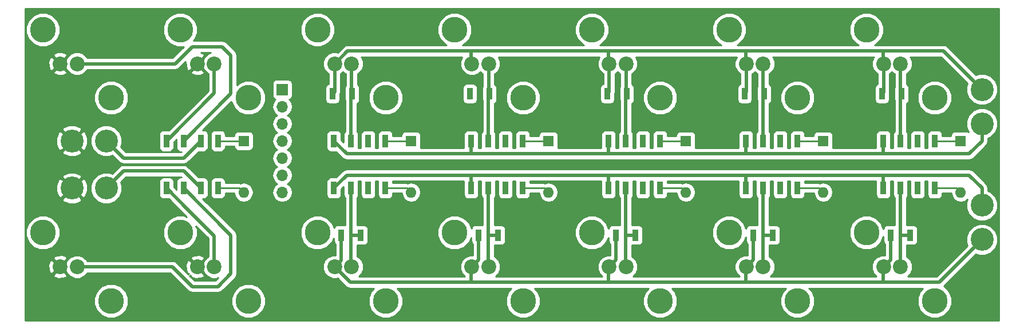
<source format=gtl>
G04 #@! TF.FileFunction,Copper,L1,Top,Signal*
%FSLAX46Y46*%
G04 Gerber Fmt 4.6, Leading zero omitted, Abs format (unit mm)*
G04 Created by KiCad (PCBNEW 4.0.4+e1-6308~48~ubuntu15.10.1-stable) date Fri Oct 20 15:41:00 2017*
%MOMM*%
%LPD*%
G01*
G04 APERTURE LIST*
%ADD10C,0.100000*%
%ADD11C,3.810000*%
%ADD12C,2.200000*%
%ADD13R,0.900000X1.900000*%
%ADD14C,3.400000*%
%ADD15R,0.900000X1.700000*%
%ADD16R,1.700000X1.700000*%
%ADD17O,1.700000X1.700000*%
%ADD18R,1.600000X1.600000*%
%ADD19O,1.600000X1.600000*%
%ADD20C,0.600000*%
%ADD21C,0.250000*%
%ADD22C,0.508000*%
%ADD23C,0.254000*%
G04 APERTURE END LIST*
D10*
D11*
X205135000Y-94645000D03*
D12*
X210185000Y-99695000D03*
X207685000Y-99695000D03*
D11*
X215235000Y-104745000D03*
X205135000Y-124735000D03*
D12*
X210185000Y-129785000D03*
X207685000Y-129785000D03*
D11*
X215235000Y-134835000D03*
X184835000Y-94645000D03*
D12*
X189885000Y-99695000D03*
X187385000Y-99695000D03*
D11*
X194935000Y-104745000D03*
X184835000Y-124735000D03*
D12*
X189885000Y-129785000D03*
X187385000Y-129785000D03*
D11*
X194935000Y-134835000D03*
X164535000Y-94645000D03*
D12*
X169585000Y-99695000D03*
X167085000Y-99695000D03*
D11*
X174635000Y-104745000D03*
X164535000Y-124735000D03*
D12*
X169585000Y-129785000D03*
X167085000Y-129785000D03*
D11*
X174635000Y-134835000D03*
X144235000Y-94645000D03*
D12*
X149285000Y-99695000D03*
X146785000Y-99695000D03*
D11*
X154335000Y-104745000D03*
X144235000Y-124735000D03*
D12*
X149285000Y-129785000D03*
X146785000Y-129785000D03*
D11*
X154335000Y-134835000D03*
X123935000Y-94645000D03*
D12*
X128985000Y-99695000D03*
X126485000Y-99695000D03*
D11*
X134035000Y-104745000D03*
X123935000Y-124735000D03*
D12*
X128985000Y-129785000D03*
X126485000Y-129785000D03*
D11*
X134035000Y-134835000D03*
X83335000Y-94645000D03*
D12*
X88385000Y-99695000D03*
X85885000Y-99695000D03*
D11*
X93435000Y-104745000D03*
X103635000Y-94645000D03*
D12*
X108685000Y-99695000D03*
X106185000Y-99695000D03*
D11*
X113735000Y-104745000D03*
X83335000Y-124735000D03*
D12*
X88385000Y-129785000D03*
X85885000Y-129785000D03*
D11*
X93435000Y-134835000D03*
X103635000Y-124735000D03*
D12*
X108685000Y-129785000D03*
X106185000Y-129785000D03*
D11*
X113735000Y-134835000D03*
D13*
X215265000Y-118125000D03*
X210185000Y-118125000D03*
X212725000Y-118125000D03*
X207645000Y-118125000D03*
X207645000Y-111125000D03*
X210185000Y-111125000D03*
X212725000Y-111125000D03*
X215265000Y-111125000D03*
X194945000Y-118125000D03*
X189865000Y-118125000D03*
X192405000Y-118125000D03*
X187325000Y-118125000D03*
X187325000Y-111125000D03*
X189865000Y-111125000D03*
X192405000Y-111125000D03*
X194945000Y-111125000D03*
X174625000Y-118125000D03*
X169545000Y-118125000D03*
X172085000Y-118125000D03*
X167005000Y-118125000D03*
X167005000Y-111125000D03*
X169545000Y-111125000D03*
X172085000Y-111125000D03*
X174625000Y-111125000D03*
X154305000Y-118125000D03*
X149225000Y-118125000D03*
X151765000Y-118125000D03*
X146685000Y-118125000D03*
X146685000Y-111125000D03*
X149225000Y-111125000D03*
X151765000Y-111125000D03*
X154305000Y-111125000D03*
X133985000Y-118125000D03*
X128905000Y-118125000D03*
X131445000Y-118125000D03*
X126365000Y-118125000D03*
X126365000Y-111125000D03*
X128905000Y-111125000D03*
X131445000Y-111125000D03*
X133985000Y-111125000D03*
X109220000Y-118125000D03*
X104140000Y-118125000D03*
X106680000Y-118125000D03*
X101600000Y-118125000D03*
X101600000Y-111125000D03*
X104140000Y-111125000D03*
X106680000Y-111125000D03*
X109220000Y-111125000D03*
D14*
X222250000Y-108585000D03*
X222250000Y-120650000D03*
X92710000Y-111125000D03*
X92710000Y-118110000D03*
X222250000Y-103505000D03*
X222250000Y-125730000D03*
X87630000Y-111125000D03*
X87630000Y-118110000D03*
D15*
X210365000Y-104140000D03*
X207465000Y-104140000D03*
X211635000Y-125095000D03*
X208735000Y-125095000D03*
X191315000Y-125095000D03*
X188415000Y-125095000D03*
X169725000Y-104140000D03*
X166825000Y-104140000D03*
X170995000Y-125095000D03*
X168095000Y-125095000D03*
X149405000Y-104140000D03*
X146505000Y-104140000D03*
X150675000Y-125095000D03*
X147775000Y-125095000D03*
X129085000Y-104140000D03*
X126185000Y-104140000D03*
X130355000Y-125095000D03*
X127455000Y-125095000D03*
X190045000Y-104140000D03*
X187145000Y-104140000D03*
D16*
X118745000Y-103505000D03*
D17*
X118745000Y-106045000D03*
X118745000Y-108585000D03*
X118745000Y-111125000D03*
X118745000Y-113665000D03*
X118745000Y-116205000D03*
X118745000Y-118745000D03*
D18*
X219075000Y-111125000D03*
D19*
X219075000Y-118745000D03*
D18*
X198755000Y-111125000D03*
D19*
X198755000Y-118745000D03*
D18*
X178435000Y-111125000D03*
D19*
X178435000Y-118745000D03*
D18*
X158115000Y-111125000D03*
D19*
X158115000Y-118745000D03*
D18*
X113030000Y-111125000D03*
D19*
X113030000Y-118745000D03*
D18*
X137795000Y-111125000D03*
D19*
X137795000Y-118745000D03*
D20*
X198755000Y-127635000D03*
X180975000Y-127635000D03*
X178435000Y-127635000D03*
X160655000Y-127635000D03*
X158115000Y-127635000D03*
X140335000Y-127635000D03*
X137795000Y-127635000D03*
X198755000Y-101600000D03*
X137795000Y-101600000D03*
X140335000Y-101600000D03*
X158115000Y-101600000D03*
X160655000Y-101600000D03*
X178435000Y-101600000D03*
X180975000Y-101600000D03*
D21*
X219075000Y-111125000D02*
X215265000Y-111125000D01*
X198755000Y-111125000D02*
X194945000Y-111125000D01*
X178435000Y-111125000D02*
X174625000Y-111125000D01*
X158115000Y-111125000D02*
X154305000Y-111125000D01*
X137795000Y-111125000D02*
X133985000Y-111125000D01*
X113030000Y-111125000D02*
X109220000Y-111125000D01*
X219075000Y-118745000D02*
X218455000Y-118125000D01*
X218455000Y-118125000D02*
X215265000Y-118125000D01*
X198755000Y-118745000D02*
X198135000Y-118125000D01*
X198135000Y-118125000D02*
X194945000Y-118125000D01*
X178435000Y-118745000D02*
X177815000Y-118125000D01*
X177815000Y-118125000D02*
X174625000Y-118125000D01*
X158115000Y-118745000D02*
X157495000Y-118125000D01*
X157495000Y-118125000D02*
X154305000Y-118125000D01*
X137795000Y-118745000D02*
X137175000Y-118125000D01*
X137175000Y-118125000D02*
X133985000Y-118125000D01*
X113030000Y-118745000D02*
X112410000Y-118125000D01*
X112410000Y-118125000D02*
X109220000Y-118125000D01*
D22*
X210185000Y-99695000D02*
X210185000Y-103960000D01*
X210185000Y-103960000D02*
X210185000Y-111125000D01*
X207685000Y-99695000D02*
X207645000Y-99655000D01*
X207645000Y-99655000D02*
X207645000Y-97790000D01*
X187385000Y-99695000D02*
X187325000Y-99635000D01*
X187325000Y-99635000D02*
X187325000Y-97790000D01*
X167085000Y-99695000D02*
X167005000Y-99615000D01*
X167005000Y-99615000D02*
X167005000Y-97790000D01*
X146785000Y-99695000D02*
X146685000Y-99595000D01*
X146685000Y-99595000D02*
X146685000Y-97790000D01*
X222250000Y-103505000D02*
X216535000Y-97790000D01*
X128390000Y-97790000D02*
X126485000Y-99695000D01*
X216535000Y-97790000D02*
X207645000Y-97790000D01*
X207645000Y-97790000D02*
X187325000Y-97790000D01*
X187325000Y-97790000D02*
X167005000Y-97790000D01*
X167005000Y-97790000D02*
X146685000Y-97790000D01*
X146685000Y-97790000D02*
X128390000Y-97790000D01*
X126485000Y-99695000D02*
X126485000Y-103840000D01*
X126485000Y-103840000D02*
X126185000Y-104140000D01*
X167085000Y-99695000D02*
X167085000Y-103880000D01*
X167085000Y-103880000D02*
X166825000Y-104140000D01*
X187385000Y-99695000D02*
X187385000Y-103900000D01*
X187385000Y-103900000D02*
X187145000Y-104140000D01*
X207685000Y-99695000D02*
X207685000Y-103920000D01*
X207685000Y-103920000D02*
X207465000Y-104140000D01*
X210185000Y-125095000D02*
X211635000Y-125095000D01*
X210185000Y-129785000D02*
X210185000Y-125095000D01*
X210185000Y-125095000D02*
X210185000Y-118125000D01*
X207685000Y-129785000D02*
X207645000Y-129825000D01*
X207645000Y-129825000D02*
X207645000Y-132080000D01*
X187385000Y-129785000D02*
X187325000Y-129845000D01*
X187325000Y-129845000D02*
X187325000Y-132080000D01*
X167085000Y-129785000D02*
X167005000Y-129865000D01*
X167005000Y-129865000D02*
X167005000Y-132080000D01*
X146785000Y-129785000D02*
X146685000Y-129885000D01*
X146685000Y-129885000D02*
X146685000Y-132080000D01*
X222250000Y-125730000D02*
X215900000Y-132080000D01*
X128780000Y-132080000D02*
X126485000Y-129785000D01*
X215900000Y-132080000D02*
X207645000Y-132080000D01*
X207645000Y-132080000D02*
X187325000Y-132080000D01*
X187325000Y-132080000D02*
X167005000Y-132080000D01*
X167005000Y-132080000D02*
X146685000Y-132080000D01*
X146685000Y-132080000D02*
X128780000Y-132080000D01*
X207685000Y-129785000D02*
X208735000Y-128735000D01*
X208735000Y-128735000D02*
X208735000Y-125095000D01*
X187385000Y-129785000D02*
X188415000Y-128755000D01*
X188415000Y-128755000D02*
X188415000Y-125095000D01*
X167085000Y-129785000D02*
X168095000Y-128775000D01*
X168095000Y-128775000D02*
X168095000Y-125095000D01*
X146785000Y-129785000D02*
X147775000Y-128795000D01*
X147775000Y-128795000D02*
X147775000Y-125095000D01*
X126485000Y-129785000D02*
X127455000Y-128815000D01*
X127455000Y-128815000D02*
X127455000Y-125095000D01*
X189885000Y-99695000D02*
X189885000Y-103980000D01*
X189885000Y-103980000D02*
X189865000Y-104000000D01*
X189865000Y-104000000D02*
X189865000Y-111125000D01*
X189865000Y-125095000D02*
X191315000Y-125095000D01*
X189885000Y-129785000D02*
X189865000Y-129765000D01*
X189865000Y-129765000D02*
X189865000Y-125095000D01*
X189865000Y-125095000D02*
X189865000Y-118125000D01*
X169585000Y-99695000D02*
X169585000Y-104000000D01*
X169585000Y-104000000D02*
X169545000Y-104040000D01*
X169545000Y-104040000D02*
X169545000Y-111125000D01*
X169545000Y-125095000D02*
X170995000Y-125095000D01*
X169585000Y-129785000D02*
X169545000Y-129745000D01*
X169545000Y-129745000D02*
X169545000Y-125095000D01*
X169545000Y-125095000D02*
X169545000Y-118125000D01*
X149285000Y-99695000D02*
X149285000Y-104020000D01*
X149285000Y-104020000D02*
X149225000Y-104080000D01*
X149225000Y-104080000D02*
X149225000Y-111125000D01*
X149225000Y-125095000D02*
X150675000Y-125095000D01*
X149285000Y-129785000D02*
X149225000Y-129725000D01*
X149225000Y-129725000D02*
X149225000Y-125095000D01*
X149225000Y-125095000D02*
X149225000Y-118125000D01*
X128985000Y-99695000D02*
X128985000Y-104040000D01*
X128985000Y-104040000D02*
X128905000Y-104120000D01*
X128905000Y-104120000D02*
X128905000Y-111125000D01*
X128905000Y-125095000D02*
X130355000Y-125095000D01*
X128985000Y-129785000D02*
X128905000Y-129705000D01*
X128905000Y-129705000D02*
X128905000Y-125095000D01*
X128905000Y-125095000D02*
X128905000Y-118125000D01*
X88385000Y-99695000D02*
X102870000Y-99695000D01*
X111125000Y-104140000D02*
X104140000Y-111125000D01*
X111125000Y-98425000D02*
X111125000Y-104140000D01*
X109855000Y-97155000D02*
X111125000Y-98425000D01*
X105410000Y-97155000D02*
X109855000Y-97155000D01*
X102870000Y-99695000D02*
X105410000Y-97155000D01*
D21*
X178435000Y-127635000D02*
X180975000Y-127635000D01*
X158115000Y-127635000D02*
X160655000Y-127635000D01*
X137795000Y-127635000D02*
X140335000Y-127635000D01*
X137795000Y-101600000D02*
X140335000Y-101600000D01*
X158115000Y-101600000D02*
X160655000Y-101600000D01*
X178435000Y-101600000D02*
X180975000Y-101600000D01*
D22*
X108685000Y-99695000D02*
X108685000Y-104040000D01*
X108685000Y-104040000D02*
X101600000Y-111125000D01*
X108685000Y-99695000D02*
X108585000Y-99795000D01*
X88385000Y-129785000D02*
X102480000Y-129785000D01*
X111125000Y-125110000D02*
X104140000Y-118125000D01*
X111125000Y-130810000D02*
X111125000Y-125110000D01*
X109220000Y-132715000D02*
X111125000Y-130810000D01*
X105410000Y-132715000D02*
X109220000Y-132715000D01*
X102480000Y-129785000D02*
X105410000Y-132715000D01*
X104760000Y-121285000D02*
X101600000Y-118125000D01*
X108685000Y-129785000D02*
X108685000Y-125210000D01*
X108685000Y-125210000D02*
X104760000Y-121285000D01*
X217805000Y-116205000D02*
X220345000Y-116205000D01*
X222250000Y-118110000D02*
X222250000Y-120650000D01*
X220345000Y-116205000D02*
X222250000Y-118110000D01*
X207645000Y-116205000D02*
X207645000Y-118125000D01*
X187325000Y-116205000D02*
X187325000Y-118125000D01*
X167005000Y-116205000D02*
X167005000Y-118125000D01*
X146685000Y-116205000D02*
X146685000Y-118125000D01*
X128285000Y-116205000D02*
X126365000Y-118125000D01*
X217805000Y-116205000D02*
X207645000Y-116205000D01*
X207645000Y-116205000D02*
X187325000Y-116205000D01*
X187325000Y-116205000D02*
X167005000Y-116205000D01*
X167005000Y-116205000D02*
X146685000Y-116205000D01*
X146685000Y-116205000D02*
X128285000Y-116205000D01*
X207645000Y-113030000D02*
X207645000Y-111125000D01*
X187325000Y-113030000D02*
X187325000Y-111125000D01*
X167005000Y-113030000D02*
X167005000Y-111125000D01*
X146685000Y-113030000D02*
X146685000Y-111125000D01*
X222250000Y-108585000D02*
X222250000Y-111125000D01*
X128270000Y-113030000D02*
X126365000Y-111125000D01*
X220345000Y-113030000D02*
X207645000Y-113030000D01*
X207645000Y-113030000D02*
X187325000Y-113030000D01*
X187325000Y-113030000D02*
X167005000Y-113030000D01*
X167005000Y-113030000D02*
X146685000Y-113030000D01*
X146685000Y-113030000D02*
X128270000Y-113030000D01*
X222250000Y-111125000D02*
X220345000Y-113030000D01*
X92710000Y-118110000D02*
X95250000Y-115570000D01*
X104125000Y-115570000D02*
X106680000Y-118125000D01*
X95250000Y-115570000D02*
X104125000Y-115570000D01*
X92710000Y-111125000D02*
X95250000Y-113665000D01*
X104140000Y-113665000D02*
X106680000Y-111125000D01*
X95250000Y-113665000D02*
X104140000Y-113665000D01*
D23*
G36*
X224715000Y-137720000D02*
X80720000Y-137720000D01*
X80720000Y-135338021D01*
X90894560Y-135338021D01*
X91280437Y-136271915D01*
X91994327Y-136987052D01*
X92927546Y-137374559D01*
X93938021Y-137375440D01*
X94871915Y-136989563D01*
X95587052Y-136275673D01*
X95974559Y-135342454D01*
X95974562Y-135338021D01*
X111194560Y-135338021D01*
X111580437Y-136271915D01*
X112294327Y-136987052D01*
X113227546Y-137374559D01*
X114238021Y-137375440D01*
X115171915Y-136989563D01*
X115887052Y-136275673D01*
X116274559Y-135342454D01*
X116275440Y-134331979D01*
X115889563Y-133398085D01*
X115175673Y-132682948D01*
X114242454Y-132295441D01*
X113231979Y-132294560D01*
X112298085Y-132680437D01*
X111582948Y-133394327D01*
X111195441Y-134327546D01*
X111194560Y-135338021D01*
X95974562Y-135338021D01*
X95975440Y-134331979D01*
X95589563Y-133398085D01*
X94875673Y-132682948D01*
X93942454Y-132295441D01*
X92931979Y-132294560D01*
X91998085Y-132680437D01*
X91282948Y-133394327D01*
X90895441Y-134327546D01*
X90894560Y-135338021D01*
X80720000Y-135338021D01*
X80720000Y-131009868D01*
X84839737Y-131009868D01*
X84950641Y-131287099D01*
X85596593Y-131530323D01*
X86286453Y-131507836D01*
X86819359Y-131287099D01*
X86930263Y-131009868D01*
X85885000Y-129964605D01*
X84839737Y-131009868D01*
X80720000Y-131009868D01*
X80720000Y-129496593D01*
X84139677Y-129496593D01*
X84162164Y-130186453D01*
X84382901Y-130719359D01*
X84660132Y-130830263D01*
X85705395Y-129785000D01*
X86064605Y-129785000D01*
X86819744Y-130540139D01*
X86913281Y-130766515D01*
X87400918Y-131255004D01*
X88038373Y-131519699D01*
X88728599Y-131520301D01*
X89366515Y-131256719D01*
X89855004Y-130769082D01*
X89894486Y-130674000D01*
X102111764Y-130674000D01*
X104781382Y-133343618D01*
X105069794Y-133536329D01*
X105410000Y-133604000D01*
X109220000Y-133604000D01*
X109560206Y-133536329D01*
X109848618Y-133343618D01*
X111753618Y-131438618D01*
X111854860Y-131287099D01*
X111946329Y-131150206D01*
X112014000Y-130810000D01*
X112014000Y-125238021D01*
X121394560Y-125238021D01*
X121780437Y-126171915D01*
X122494327Y-126887052D01*
X123427546Y-127274559D01*
X124438021Y-127275440D01*
X125371915Y-126889563D01*
X126087052Y-126175673D01*
X126357560Y-125524218D01*
X126357560Y-125945000D01*
X126401838Y-126180317D01*
X126540910Y-126396441D01*
X126566000Y-126413584D01*
X126566000Y-128050069D01*
X126141401Y-128049699D01*
X125503485Y-128313281D01*
X125014996Y-128800918D01*
X124750301Y-129438373D01*
X124749699Y-130128599D01*
X125013281Y-130766515D01*
X125500918Y-131255004D01*
X126138373Y-131519699D01*
X126828599Y-131520301D01*
X126923750Y-131480986D01*
X128151382Y-132708618D01*
X128439794Y-132901329D01*
X128780000Y-132969000D01*
X132309018Y-132969000D01*
X131882948Y-133394327D01*
X131495441Y-134327546D01*
X131494560Y-135338021D01*
X131880437Y-136271915D01*
X132594327Y-136987052D01*
X133527546Y-137374559D01*
X134538021Y-137375440D01*
X135471915Y-136989563D01*
X136187052Y-136275673D01*
X136574559Y-135342454D01*
X136575440Y-134331979D01*
X136189563Y-133398085D01*
X135761226Y-132969000D01*
X152609018Y-132969000D01*
X152182948Y-133394327D01*
X151795441Y-134327546D01*
X151794560Y-135338021D01*
X152180437Y-136271915D01*
X152894327Y-136987052D01*
X153827546Y-137374559D01*
X154838021Y-137375440D01*
X155771915Y-136989563D01*
X156487052Y-136275673D01*
X156874559Y-135342454D01*
X156875440Y-134331979D01*
X156489563Y-133398085D01*
X156061226Y-132969000D01*
X172909018Y-132969000D01*
X172482948Y-133394327D01*
X172095441Y-134327546D01*
X172094560Y-135338021D01*
X172480437Y-136271915D01*
X173194327Y-136987052D01*
X174127546Y-137374559D01*
X175138021Y-137375440D01*
X176071915Y-136989563D01*
X176787052Y-136275673D01*
X177174559Y-135342454D01*
X177175440Y-134331979D01*
X176789563Y-133398085D01*
X176361226Y-132969000D01*
X193209018Y-132969000D01*
X192782948Y-133394327D01*
X192395441Y-134327546D01*
X192394560Y-135338021D01*
X192780437Y-136271915D01*
X193494327Y-136987052D01*
X194427546Y-137374559D01*
X195438021Y-137375440D01*
X196371915Y-136989563D01*
X197087052Y-136275673D01*
X197474559Y-135342454D01*
X197475440Y-134331979D01*
X197089563Y-133398085D01*
X196661226Y-132969000D01*
X213509018Y-132969000D01*
X213082948Y-133394327D01*
X212695441Y-134327546D01*
X212694560Y-135338021D01*
X213080437Y-136271915D01*
X213794327Y-136987052D01*
X214727546Y-137374559D01*
X215738021Y-137375440D01*
X216671915Y-136989563D01*
X217387052Y-136275673D01*
X217774559Y-135342454D01*
X217775440Y-134331979D01*
X217389563Y-133398085D01*
X216675673Y-132682948D01*
X216589903Y-132647333D01*
X221351872Y-127885364D01*
X221783502Y-128064593D01*
X222712422Y-128065404D01*
X223570943Y-127710671D01*
X224228362Y-127054398D01*
X224584593Y-126196498D01*
X224585404Y-125267578D01*
X224230671Y-124409057D01*
X223574398Y-123751638D01*
X222716498Y-123395407D01*
X221787578Y-123394596D01*
X220929057Y-123749329D01*
X220271638Y-124405602D01*
X219915407Y-125263502D01*
X219914596Y-126192422D01*
X220094629Y-126628135D01*
X215531764Y-131191000D01*
X211232349Y-131191000D01*
X211655004Y-130769082D01*
X211919699Y-130131627D01*
X211920301Y-129441401D01*
X211656719Y-128803485D01*
X211169082Y-128314996D01*
X211074000Y-128275514D01*
X211074000Y-126569962D01*
X211185000Y-126592440D01*
X212085000Y-126592440D01*
X212320317Y-126548162D01*
X212536441Y-126409090D01*
X212681431Y-126196890D01*
X212732440Y-125945000D01*
X212732440Y-124245000D01*
X212688162Y-124009683D01*
X212549090Y-123793559D01*
X212336890Y-123648569D01*
X212085000Y-123597560D01*
X211185000Y-123597560D01*
X211074000Y-123618446D01*
X211074000Y-119547096D01*
X211086441Y-119539090D01*
X211231431Y-119326890D01*
X211282440Y-119075000D01*
X211282440Y-117175000D01*
X211267199Y-117094000D01*
X211643963Y-117094000D01*
X211627560Y-117175000D01*
X211627560Y-119075000D01*
X211671838Y-119310317D01*
X211810910Y-119526441D01*
X212023110Y-119671431D01*
X212275000Y-119722440D01*
X213175000Y-119722440D01*
X213410317Y-119678162D01*
X213626441Y-119539090D01*
X213771431Y-119326890D01*
X213822440Y-119075000D01*
X213822440Y-117175000D01*
X213807199Y-117094000D01*
X214183963Y-117094000D01*
X214167560Y-117175000D01*
X214167560Y-119075000D01*
X214211838Y-119310317D01*
X214350910Y-119526441D01*
X214563110Y-119671431D01*
X214815000Y-119722440D01*
X215715000Y-119722440D01*
X215950317Y-119678162D01*
X216166441Y-119539090D01*
X216311431Y-119326890D01*
X216362440Y-119075000D01*
X216362440Y-118885000D01*
X217662256Y-118885000D01*
X217749233Y-119322264D01*
X218060302Y-119787811D01*
X218525849Y-120098880D01*
X219075000Y-120208113D01*
X219624151Y-120098880D01*
X220075878Y-119797045D01*
X219915407Y-120183502D01*
X219914596Y-121112422D01*
X220269329Y-121970943D01*
X220925602Y-122628362D01*
X221783502Y-122984593D01*
X222712422Y-122985404D01*
X223570943Y-122630671D01*
X224228362Y-121974398D01*
X224584593Y-121116498D01*
X224585404Y-120187578D01*
X224230671Y-119329057D01*
X223574398Y-118671638D01*
X223139000Y-118490845D01*
X223139000Y-118110000D01*
X223071329Y-117769794D01*
X222878618Y-117481382D01*
X220973618Y-115576382D01*
X220964067Y-115570000D01*
X220685206Y-115383671D01*
X220345000Y-115316000D01*
X128285000Y-115316000D01*
X127944794Y-115383671D01*
X127665933Y-115570000D01*
X127656382Y-115576382D01*
X126705204Y-116527560D01*
X125915000Y-116527560D01*
X125679683Y-116571838D01*
X125463559Y-116710910D01*
X125318569Y-116923110D01*
X125267560Y-117175000D01*
X125267560Y-119075000D01*
X125311838Y-119310317D01*
X125450910Y-119526441D01*
X125663110Y-119671431D01*
X125915000Y-119722440D01*
X126815000Y-119722440D01*
X127050317Y-119678162D01*
X127266441Y-119539090D01*
X127411431Y-119326890D01*
X127462440Y-119075000D01*
X127462440Y-118284796D01*
X127807560Y-117939676D01*
X127807560Y-119075000D01*
X127851838Y-119310317D01*
X127990910Y-119526441D01*
X128016000Y-119543584D01*
X128016000Y-123620038D01*
X127905000Y-123597560D01*
X127005000Y-123597560D01*
X126769683Y-123641838D01*
X126553559Y-123780910D01*
X126408569Y-123993110D01*
X126398101Y-124044804D01*
X126089563Y-123298085D01*
X125375673Y-122582948D01*
X124442454Y-122195441D01*
X123431979Y-122194560D01*
X122498085Y-122580437D01*
X121782948Y-123294327D01*
X121395441Y-124227546D01*
X121394560Y-125238021D01*
X112014000Y-125238021D01*
X112014000Y-125110000D01*
X111946329Y-124769794D01*
X111753618Y-124481382D01*
X106994676Y-119722440D01*
X107130000Y-119722440D01*
X107365317Y-119678162D01*
X107581441Y-119539090D01*
X107726431Y-119326890D01*
X107777440Y-119075000D01*
X107777440Y-117175000D01*
X108122560Y-117175000D01*
X108122560Y-119075000D01*
X108166838Y-119310317D01*
X108305910Y-119526441D01*
X108518110Y-119671431D01*
X108770000Y-119722440D01*
X109670000Y-119722440D01*
X109905317Y-119678162D01*
X110121441Y-119539090D01*
X110266431Y-119326890D01*
X110317440Y-119075000D01*
X110317440Y-118885000D01*
X111617256Y-118885000D01*
X111704233Y-119322264D01*
X112015302Y-119787811D01*
X112480849Y-120098880D01*
X113030000Y-120208113D01*
X113579151Y-120098880D01*
X114044698Y-119787811D01*
X114355767Y-119322264D01*
X114465000Y-118773113D01*
X114465000Y-118716887D01*
X114355767Y-118167736D01*
X114044698Y-117702189D01*
X113579151Y-117391120D01*
X113030000Y-117281887D01*
X112511081Y-117385106D01*
X112410000Y-117365000D01*
X110317440Y-117365000D01*
X110317440Y-117175000D01*
X110273162Y-116939683D01*
X110134090Y-116723559D01*
X109921890Y-116578569D01*
X109670000Y-116527560D01*
X108770000Y-116527560D01*
X108534683Y-116571838D01*
X108318559Y-116710910D01*
X108173569Y-116923110D01*
X108122560Y-117175000D01*
X107777440Y-117175000D01*
X107733162Y-116939683D01*
X107594090Y-116723559D01*
X107381890Y-116578569D01*
X107130000Y-116527560D01*
X106339796Y-116527560D01*
X104753618Y-114941382D01*
X104591471Y-114833039D01*
X104465206Y-114748671D01*
X104125000Y-114681000D01*
X95250000Y-114681000D01*
X94909794Y-114748671D01*
X94621382Y-114941382D01*
X93608128Y-115954636D01*
X93176498Y-115775407D01*
X92247578Y-115774596D01*
X91389057Y-116129329D01*
X90731638Y-116785602D01*
X90375407Y-117643502D01*
X90374596Y-118572422D01*
X90729329Y-119430943D01*
X91385602Y-120088362D01*
X92243502Y-120444593D01*
X93172422Y-120445404D01*
X94030943Y-120090671D01*
X94688362Y-119434398D01*
X95044593Y-118576498D01*
X95045404Y-117647578D01*
X94865371Y-117211865D01*
X95618236Y-116459000D01*
X103756764Y-116459000D01*
X103825324Y-116527560D01*
X103690000Y-116527560D01*
X103454683Y-116571838D01*
X103238559Y-116710910D01*
X103093569Y-116923110D01*
X103042560Y-117175000D01*
X103042560Y-118310324D01*
X102697440Y-117965204D01*
X102697440Y-117175000D01*
X102653162Y-116939683D01*
X102514090Y-116723559D01*
X102301890Y-116578569D01*
X102050000Y-116527560D01*
X101150000Y-116527560D01*
X100914683Y-116571838D01*
X100698559Y-116710910D01*
X100553569Y-116923110D01*
X100502560Y-117175000D01*
X100502560Y-119075000D01*
X100546838Y-119310317D01*
X100685910Y-119526441D01*
X100898110Y-119671431D01*
X101150000Y-119722440D01*
X101940204Y-119722440D01*
X104605464Y-122387700D01*
X104142454Y-122195441D01*
X103131979Y-122194560D01*
X102198085Y-122580437D01*
X101482948Y-123294327D01*
X101095441Y-124227546D01*
X101094560Y-125238021D01*
X101480437Y-126171915D01*
X102194327Y-126887052D01*
X103127546Y-127274559D01*
X104138021Y-127275440D01*
X105071915Y-126889563D01*
X105787052Y-126175673D01*
X106174559Y-125242454D01*
X106175440Y-124231979D01*
X105982294Y-123764530D01*
X107796000Y-125578236D01*
X107796000Y-128275055D01*
X107703485Y-128313281D01*
X107214996Y-128800918D01*
X107120063Y-129029542D01*
X106364605Y-129785000D01*
X107119744Y-130540139D01*
X107213281Y-130766515D01*
X107700918Y-131255004D01*
X108338373Y-131519699D01*
X109028599Y-131520301D01*
X109248201Y-131429563D01*
X108851764Y-131826000D01*
X105778236Y-131826000D01*
X105050922Y-131098686D01*
X105139738Y-131009870D01*
X105250641Y-131287099D01*
X105896593Y-131530323D01*
X106586453Y-131507836D01*
X107119359Y-131287099D01*
X107230263Y-131009868D01*
X106185000Y-129964605D01*
X106170858Y-129978748D01*
X105991253Y-129799143D01*
X106005395Y-129785000D01*
X104960132Y-128739737D01*
X104682901Y-128850641D01*
X104439677Y-129496593D01*
X104462164Y-130186453D01*
X104682901Y-130719359D01*
X104960130Y-130830262D01*
X104871314Y-130919078D01*
X103108618Y-129156382D01*
X103046992Y-129115205D01*
X102820206Y-128963671D01*
X102480000Y-128896000D01*
X89894945Y-128896000D01*
X89856719Y-128803485D01*
X89613791Y-128560132D01*
X105139737Y-128560132D01*
X106185000Y-129605395D01*
X107230263Y-128560132D01*
X107119359Y-128282901D01*
X106473407Y-128039677D01*
X105783547Y-128062164D01*
X105250641Y-128282901D01*
X105139737Y-128560132D01*
X89613791Y-128560132D01*
X89369082Y-128314996D01*
X88731627Y-128050301D01*
X88041401Y-128049699D01*
X87403485Y-128313281D01*
X86914996Y-128800918D01*
X86820063Y-129029542D01*
X86064605Y-129785000D01*
X85705395Y-129785000D01*
X84660132Y-128739737D01*
X84382901Y-128850641D01*
X84139677Y-129496593D01*
X80720000Y-129496593D01*
X80720000Y-128560132D01*
X84839737Y-128560132D01*
X85885000Y-129605395D01*
X86930263Y-128560132D01*
X86819359Y-128282901D01*
X86173407Y-128039677D01*
X85483547Y-128062164D01*
X84950641Y-128282901D01*
X84839737Y-128560132D01*
X80720000Y-128560132D01*
X80720000Y-125238021D01*
X80794560Y-125238021D01*
X81180437Y-126171915D01*
X81894327Y-126887052D01*
X82827546Y-127274559D01*
X83838021Y-127275440D01*
X84771915Y-126889563D01*
X85487052Y-126175673D01*
X85874559Y-125242454D01*
X85875440Y-124231979D01*
X85489563Y-123298085D01*
X84775673Y-122582948D01*
X83842454Y-122195441D01*
X82831979Y-122194560D01*
X81898085Y-122580437D01*
X81182948Y-123294327D01*
X80795441Y-124227546D01*
X80794560Y-125238021D01*
X80720000Y-125238021D01*
X80720000Y-119768422D01*
X86151183Y-119768422D01*
X86335371Y-120107970D01*
X87198509Y-120451316D01*
X88127336Y-120438218D01*
X88924629Y-120107970D01*
X89108817Y-119768422D01*
X87630000Y-118289605D01*
X86151183Y-119768422D01*
X80720000Y-119768422D01*
X80720000Y-117678509D01*
X85288684Y-117678509D01*
X85301782Y-118607336D01*
X85632030Y-119404629D01*
X85971578Y-119588817D01*
X87450395Y-118110000D01*
X87809605Y-118110000D01*
X89288422Y-119588817D01*
X89627970Y-119404629D01*
X89971316Y-118541491D01*
X89958218Y-117612664D01*
X89627970Y-116815371D01*
X89288422Y-116631183D01*
X87809605Y-118110000D01*
X87450395Y-118110000D01*
X85971578Y-116631183D01*
X85632030Y-116815371D01*
X85288684Y-117678509D01*
X80720000Y-117678509D01*
X80720000Y-116451578D01*
X86151183Y-116451578D01*
X87630000Y-117930395D01*
X89108817Y-116451578D01*
X88924629Y-116112030D01*
X88061491Y-115768684D01*
X87132664Y-115781782D01*
X86335371Y-116112030D01*
X86151183Y-116451578D01*
X80720000Y-116451578D01*
X80720000Y-112783422D01*
X86151183Y-112783422D01*
X86335371Y-113122970D01*
X87198509Y-113466316D01*
X88127336Y-113453218D01*
X88924629Y-113122970D01*
X89108817Y-112783422D01*
X87630000Y-111304605D01*
X86151183Y-112783422D01*
X80720000Y-112783422D01*
X80720000Y-110693509D01*
X85288684Y-110693509D01*
X85301782Y-111622336D01*
X85632030Y-112419629D01*
X85971578Y-112603817D01*
X87450395Y-111125000D01*
X87809605Y-111125000D01*
X89288422Y-112603817D01*
X89627970Y-112419629D01*
X89971316Y-111556491D01*
X89958218Y-110627664D01*
X89627970Y-109830371D01*
X89288422Y-109646183D01*
X87809605Y-111125000D01*
X87450395Y-111125000D01*
X85971578Y-109646183D01*
X85632030Y-109830371D01*
X85288684Y-110693509D01*
X80720000Y-110693509D01*
X80720000Y-109466578D01*
X86151183Y-109466578D01*
X87630000Y-110945395D01*
X89108817Y-109466578D01*
X88924629Y-109127030D01*
X88061491Y-108783684D01*
X87132664Y-108796782D01*
X86335371Y-109127030D01*
X86151183Y-109466578D01*
X80720000Y-109466578D01*
X80720000Y-105248021D01*
X90894560Y-105248021D01*
X91280437Y-106181915D01*
X91994327Y-106897052D01*
X92927546Y-107284559D01*
X93938021Y-107285440D01*
X94871915Y-106899563D01*
X95587052Y-106185673D01*
X95974559Y-105252454D01*
X95975440Y-104241979D01*
X95589563Y-103308085D01*
X94875673Y-102592948D01*
X93942454Y-102205441D01*
X92931979Y-102204560D01*
X91998085Y-102590437D01*
X91282948Y-103304327D01*
X90895441Y-104237546D01*
X90894560Y-105248021D01*
X80720000Y-105248021D01*
X80720000Y-100919868D01*
X84839737Y-100919868D01*
X84950641Y-101197099D01*
X85596593Y-101440323D01*
X86286453Y-101417836D01*
X86819359Y-101197099D01*
X86930263Y-100919868D01*
X85885000Y-99874605D01*
X84839737Y-100919868D01*
X80720000Y-100919868D01*
X80720000Y-99406593D01*
X84139677Y-99406593D01*
X84162164Y-100096453D01*
X84382901Y-100629359D01*
X84660132Y-100740263D01*
X85705395Y-99695000D01*
X86064605Y-99695000D01*
X86819744Y-100450139D01*
X86913281Y-100676515D01*
X87400918Y-101165004D01*
X88038373Y-101429699D01*
X88728599Y-101430301D01*
X89366515Y-101166719D01*
X89613797Y-100919868D01*
X105139737Y-100919868D01*
X105250641Y-101197099D01*
X105896593Y-101440323D01*
X106586453Y-101417836D01*
X107119359Y-101197099D01*
X107230263Y-100919868D01*
X106185000Y-99874605D01*
X105139737Y-100919868D01*
X89613797Y-100919868D01*
X89855004Y-100679082D01*
X89894486Y-100584000D01*
X102870000Y-100584000D01*
X103210206Y-100516329D01*
X103498618Y-100323618D01*
X104454192Y-99368044D01*
X104439677Y-99406593D01*
X104462164Y-100096453D01*
X104682901Y-100629359D01*
X104960132Y-100740263D01*
X106005395Y-99695000D01*
X105991253Y-99680858D01*
X106170858Y-99501253D01*
X106185000Y-99515395D01*
X107230263Y-98470132D01*
X107119359Y-98192901D01*
X106723909Y-98044000D01*
X108137377Y-98044000D01*
X107703485Y-98223281D01*
X107214996Y-98710918D01*
X107120063Y-98939542D01*
X106364605Y-99695000D01*
X107119744Y-100450139D01*
X107213281Y-100676515D01*
X107700918Y-101165004D01*
X107796000Y-101204486D01*
X107796000Y-103671764D01*
X101940204Y-109527560D01*
X101150000Y-109527560D01*
X100914683Y-109571838D01*
X100698559Y-109710910D01*
X100553569Y-109923110D01*
X100502560Y-110175000D01*
X100502560Y-112075000D01*
X100546838Y-112310317D01*
X100685910Y-112526441D01*
X100898110Y-112671431D01*
X101150000Y-112722440D01*
X102050000Y-112722440D01*
X102285317Y-112678162D01*
X102501441Y-112539090D01*
X102646431Y-112326890D01*
X102697440Y-112075000D01*
X102697440Y-111284796D01*
X103042560Y-110939676D01*
X103042560Y-112075000D01*
X103086838Y-112310317D01*
X103225910Y-112526441D01*
X103438110Y-112671431D01*
X103690000Y-112722440D01*
X103825324Y-112722440D01*
X103771764Y-112776000D01*
X95618236Y-112776000D01*
X94865364Y-112023128D01*
X95044593Y-111591498D01*
X95045404Y-110662578D01*
X94690671Y-109804057D01*
X94034398Y-109146638D01*
X93176498Y-108790407D01*
X92247578Y-108789596D01*
X91389057Y-109144329D01*
X90731638Y-109800602D01*
X90375407Y-110658502D01*
X90374596Y-111587422D01*
X90729329Y-112445943D01*
X91385602Y-113103362D01*
X92243502Y-113459593D01*
X93172422Y-113460404D01*
X93608135Y-113280371D01*
X94621382Y-114293618D01*
X94909794Y-114486329D01*
X95250000Y-114554000D01*
X104140000Y-114554000D01*
X104480206Y-114486329D01*
X104768618Y-114293618D01*
X106339796Y-112722440D01*
X107130000Y-112722440D01*
X107365317Y-112678162D01*
X107581441Y-112539090D01*
X107726431Y-112326890D01*
X107777440Y-112075000D01*
X107777440Y-110175000D01*
X108122560Y-110175000D01*
X108122560Y-112075000D01*
X108166838Y-112310317D01*
X108305910Y-112526441D01*
X108518110Y-112671431D01*
X108770000Y-112722440D01*
X109670000Y-112722440D01*
X109905317Y-112678162D01*
X110121441Y-112539090D01*
X110266431Y-112326890D01*
X110317440Y-112075000D01*
X110317440Y-111885000D01*
X111582560Y-111885000D01*
X111582560Y-111925000D01*
X111626838Y-112160317D01*
X111765910Y-112376441D01*
X111978110Y-112521431D01*
X112230000Y-112572440D01*
X113830000Y-112572440D01*
X114065317Y-112528162D01*
X114281441Y-112389090D01*
X114426431Y-112176890D01*
X114477440Y-111925000D01*
X114477440Y-110325000D01*
X114433162Y-110089683D01*
X114294090Y-109873559D01*
X114081890Y-109728569D01*
X113830000Y-109677560D01*
X112230000Y-109677560D01*
X111994683Y-109721838D01*
X111778559Y-109860910D01*
X111633569Y-110073110D01*
X111582560Y-110325000D01*
X111582560Y-110365000D01*
X110317440Y-110365000D01*
X110317440Y-110175000D01*
X110273162Y-109939683D01*
X110134090Y-109723559D01*
X109921890Y-109578569D01*
X109670000Y-109527560D01*
X108770000Y-109527560D01*
X108534683Y-109571838D01*
X108318559Y-109710910D01*
X108173569Y-109923110D01*
X108122560Y-110175000D01*
X107777440Y-110175000D01*
X107733162Y-109939683D01*
X107594090Y-109723559D01*
X107381890Y-109578569D01*
X107130000Y-109527560D01*
X106994676Y-109527560D01*
X111217850Y-105304386D01*
X111580437Y-106181915D01*
X112294327Y-106897052D01*
X113227546Y-107284559D01*
X114238021Y-107285440D01*
X115171915Y-106899563D01*
X115887052Y-106185673D01*
X115945464Y-106045000D01*
X117230907Y-106045000D01*
X117343946Y-106613285D01*
X117665853Y-107095054D01*
X117995026Y-107315000D01*
X117665853Y-107534946D01*
X117343946Y-108016715D01*
X117230907Y-108585000D01*
X117343946Y-109153285D01*
X117665853Y-109635054D01*
X117995026Y-109855000D01*
X117665853Y-110074946D01*
X117343946Y-110556715D01*
X117230907Y-111125000D01*
X117343946Y-111693285D01*
X117665853Y-112175054D01*
X117995026Y-112395000D01*
X117665853Y-112614946D01*
X117343946Y-113096715D01*
X117230907Y-113665000D01*
X117343946Y-114233285D01*
X117665853Y-114715054D01*
X117995026Y-114935000D01*
X117665853Y-115154946D01*
X117343946Y-115636715D01*
X117230907Y-116205000D01*
X117343946Y-116773285D01*
X117665853Y-117255054D01*
X117995026Y-117475000D01*
X117665853Y-117694946D01*
X117343946Y-118176715D01*
X117230907Y-118745000D01*
X117343946Y-119313285D01*
X117665853Y-119795054D01*
X118147622Y-120116961D01*
X118715907Y-120230000D01*
X118774093Y-120230000D01*
X119342378Y-120116961D01*
X119824147Y-119795054D01*
X120146054Y-119313285D01*
X120259093Y-118745000D01*
X120146054Y-118176715D01*
X119824147Y-117694946D01*
X119494974Y-117475000D01*
X119824147Y-117255054D01*
X120146054Y-116773285D01*
X120259093Y-116205000D01*
X120146054Y-115636715D01*
X119824147Y-115154946D01*
X119494974Y-114935000D01*
X119824147Y-114715054D01*
X120146054Y-114233285D01*
X120259093Y-113665000D01*
X120146054Y-113096715D01*
X119824147Y-112614946D01*
X119494974Y-112395000D01*
X119824147Y-112175054D01*
X120146054Y-111693285D01*
X120259093Y-111125000D01*
X120146054Y-110556715D01*
X119824147Y-110074946D01*
X119494974Y-109855000D01*
X119824147Y-109635054D01*
X120146054Y-109153285D01*
X120259093Y-108585000D01*
X120146054Y-108016715D01*
X119824147Y-107534946D01*
X119494974Y-107315000D01*
X119824147Y-107095054D01*
X120146054Y-106613285D01*
X120259093Y-106045000D01*
X120146054Y-105476715D01*
X119824147Y-104994946D01*
X119782548Y-104967150D01*
X119830317Y-104958162D01*
X120046441Y-104819090D01*
X120191431Y-104606890D01*
X120242440Y-104355000D01*
X120242440Y-102655000D01*
X120198162Y-102419683D01*
X120059090Y-102203559D01*
X119846890Y-102058569D01*
X119595000Y-102007560D01*
X117895000Y-102007560D01*
X117659683Y-102051838D01*
X117443559Y-102190910D01*
X117298569Y-102403110D01*
X117247560Y-102655000D01*
X117247560Y-104355000D01*
X117291838Y-104590317D01*
X117430910Y-104806441D01*
X117643110Y-104951431D01*
X117710541Y-104965086D01*
X117665853Y-104994946D01*
X117343946Y-105476715D01*
X117230907Y-106045000D01*
X115945464Y-106045000D01*
X116274559Y-105252454D01*
X116275440Y-104241979D01*
X115889563Y-103308085D01*
X115175673Y-102592948D01*
X114242454Y-102205441D01*
X113231979Y-102204560D01*
X112298085Y-102590437D01*
X112014000Y-102874027D01*
X112014000Y-100038599D01*
X124749699Y-100038599D01*
X125013281Y-100676515D01*
X125500918Y-101165004D01*
X125596000Y-101204486D01*
X125596000Y-102668715D01*
X125499683Y-102686838D01*
X125283559Y-102825910D01*
X125138569Y-103038110D01*
X125087560Y-103290000D01*
X125087560Y-104990000D01*
X125131838Y-105225317D01*
X125270910Y-105441441D01*
X125483110Y-105586431D01*
X125735000Y-105637440D01*
X126635000Y-105637440D01*
X126870317Y-105593162D01*
X127086441Y-105454090D01*
X127231431Y-105241890D01*
X127282440Y-104990000D01*
X127282440Y-104215958D01*
X127306329Y-104180206D01*
X127374000Y-103840000D01*
X127374000Y-101204945D01*
X127466515Y-101166719D01*
X127735040Y-100898662D01*
X128000918Y-101165004D01*
X128096000Y-101204486D01*
X128096000Y-102954057D01*
X128038569Y-103038110D01*
X127987560Y-103290000D01*
X127987560Y-104990000D01*
X128016000Y-105141145D01*
X128016000Y-109702904D01*
X128003559Y-109710910D01*
X127858569Y-109923110D01*
X127807560Y-110175000D01*
X127807560Y-111310324D01*
X127462440Y-110965204D01*
X127462440Y-110175000D01*
X127418162Y-109939683D01*
X127279090Y-109723559D01*
X127066890Y-109578569D01*
X126815000Y-109527560D01*
X125915000Y-109527560D01*
X125679683Y-109571838D01*
X125463559Y-109710910D01*
X125318569Y-109923110D01*
X125267560Y-110175000D01*
X125267560Y-112075000D01*
X125311838Y-112310317D01*
X125450910Y-112526441D01*
X125663110Y-112671431D01*
X125915000Y-112722440D01*
X126705204Y-112722440D01*
X127641382Y-113658618D01*
X127929794Y-113851329D01*
X128270000Y-113919000D01*
X220345000Y-113919000D01*
X220685206Y-113851329D01*
X220973618Y-113658618D01*
X222878618Y-111753618D01*
X222986943Y-111591498D01*
X223071329Y-111465206D01*
X223139000Y-111125000D01*
X223139000Y-110744146D01*
X223570943Y-110565671D01*
X224228362Y-109909398D01*
X224584593Y-109051498D01*
X224585404Y-108122578D01*
X224230671Y-107264057D01*
X223574398Y-106606638D01*
X222716498Y-106250407D01*
X221787578Y-106249596D01*
X220929057Y-106604329D01*
X220271638Y-107260602D01*
X219915407Y-108118502D01*
X219914596Y-109047422D01*
X220223242Y-109794403D01*
X220126890Y-109728569D01*
X219875000Y-109677560D01*
X218275000Y-109677560D01*
X218039683Y-109721838D01*
X217823559Y-109860910D01*
X217678569Y-110073110D01*
X217627560Y-110325000D01*
X217627560Y-110365000D01*
X216362440Y-110365000D01*
X216362440Y-110175000D01*
X216318162Y-109939683D01*
X216179090Y-109723559D01*
X215966890Y-109578569D01*
X215715000Y-109527560D01*
X214815000Y-109527560D01*
X214579683Y-109571838D01*
X214363559Y-109710910D01*
X214218569Y-109923110D01*
X214167560Y-110175000D01*
X214167560Y-112075000D01*
X214179979Y-112141000D01*
X213809075Y-112141000D01*
X213822440Y-112075000D01*
X213822440Y-110175000D01*
X213778162Y-109939683D01*
X213639090Y-109723559D01*
X213426890Y-109578569D01*
X213175000Y-109527560D01*
X212275000Y-109527560D01*
X212039683Y-109571838D01*
X211823559Y-109710910D01*
X211678569Y-109923110D01*
X211627560Y-110175000D01*
X211627560Y-112075000D01*
X211639979Y-112141000D01*
X211269075Y-112141000D01*
X211282440Y-112075000D01*
X211282440Y-110175000D01*
X211238162Y-109939683D01*
X211099090Y-109723559D01*
X211074000Y-109706416D01*
X211074000Y-105577922D01*
X211266441Y-105454090D01*
X211407241Y-105248021D01*
X212694560Y-105248021D01*
X213080437Y-106181915D01*
X213794327Y-106897052D01*
X214727546Y-107284559D01*
X215738021Y-107285440D01*
X216671915Y-106899563D01*
X217387052Y-106185673D01*
X217774559Y-105252454D01*
X217775440Y-104241979D01*
X217389563Y-103308085D01*
X216675673Y-102592948D01*
X215742454Y-102205441D01*
X214731979Y-102204560D01*
X213798085Y-102590437D01*
X213082948Y-103304327D01*
X212695441Y-104237546D01*
X212694560Y-105248021D01*
X211407241Y-105248021D01*
X211411431Y-105241890D01*
X211462440Y-104990000D01*
X211462440Y-103290000D01*
X211418162Y-103054683D01*
X211279090Y-102838559D01*
X211074000Y-102698427D01*
X211074000Y-101204945D01*
X211166515Y-101166719D01*
X211655004Y-100679082D01*
X211919699Y-100041627D01*
X211920301Y-99351401D01*
X211656719Y-98713485D01*
X211622294Y-98679000D01*
X216166764Y-98679000D01*
X220094636Y-102606872D01*
X219915407Y-103038502D01*
X219914596Y-103967422D01*
X220269329Y-104825943D01*
X220925602Y-105483362D01*
X221783502Y-105839593D01*
X222712422Y-105840404D01*
X223570943Y-105485671D01*
X224228362Y-104829398D01*
X224584593Y-103971498D01*
X224585404Y-103042578D01*
X224230671Y-102184057D01*
X223574398Y-101526638D01*
X222716498Y-101170407D01*
X221787578Y-101169596D01*
X221351865Y-101349629D01*
X217163618Y-97161382D01*
X217154067Y-97155000D01*
X216875206Y-96968671D01*
X216535000Y-96901000D01*
X206326419Y-96901000D01*
X206571915Y-96799563D01*
X207287052Y-96085673D01*
X207674559Y-95152454D01*
X207675440Y-94141979D01*
X207289563Y-93208085D01*
X206575673Y-92492948D01*
X205642454Y-92105441D01*
X204631979Y-92104560D01*
X203698085Y-92490437D01*
X202982948Y-93204327D01*
X202595441Y-94137546D01*
X202594560Y-95148021D01*
X202980437Y-96081915D01*
X203694327Y-96797052D01*
X203944661Y-96901000D01*
X186026419Y-96901000D01*
X186271915Y-96799563D01*
X186987052Y-96085673D01*
X187374559Y-95152454D01*
X187375440Y-94141979D01*
X186989563Y-93208085D01*
X186275673Y-92492948D01*
X185342454Y-92105441D01*
X184331979Y-92104560D01*
X183398085Y-92490437D01*
X182682948Y-93204327D01*
X182295441Y-94137546D01*
X182294560Y-95148021D01*
X182680437Y-96081915D01*
X183394327Y-96797052D01*
X183644661Y-96901000D01*
X165726419Y-96901000D01*
X165971915Y-96799563D01*
X166687052Y-96085673D01*
X167074559Y-95152454D01*
X167075440Y-94141979D01*
X166689563Y-93208085D01*
X165975673Y-92492948D01*
X165042454Y-92105441D01*
X164031979Y-92104560D01*
X163098085Y-92490437D01*
X162382948Y-93204327D01*
X161995441Y-94137546D01*
X161994560Y-95148021D01*
X162380437Y-96081915D01*
X163094327Y-96797052D01*
X163344661Y-96901000D01*
X145426419Y-96901000D01*
X145671915Y-96799563D01*
X146387052Y-96085673D01*
X146774559Y-95152454D01*
X146775440Y-94141979D01*
X146389563Y-93208085D01*
X145675673Y-92492948D01*
X144742454Y-92105441D01*
X143731979Y-92104560D01*
X142798085Y-92490437D01*
X142082948Y-93204327D01*
X141695441Y-94137546D01*
X141694560Y-95148021D01*
X142080437Y-96081915D01*
X142794327Y-96797052D01*
X143044661Y-96901000D01*
X128390000Y-96901000D01*
X128049794Y-96968671D01*
X127770933Y-97155000D01*
X127761382Y-97161382D01*
X126924075Y-97998689D01*
X126831627Y-97960301D01*
X126141401Y-97959699D01*
X125503485Y-98223281D01*
X125014996Y-98710918D01*
X124750301Y-99348373D01*
X124749699Y-100038599D01*
X112014000Y-100038599D01*
X112014000Y-98425000D01*
X111946329Y-98084794D01*
X111753618Y-97796382D01*
X110483618Y-96526382D01*
X110195206Y-96333671D01*
X109855000Y-96266000D01*
X105606410Y-96266000D01*
X105787052Y-96085673D01*
X106174559Y-95152454D01*
X106174562Y-95148021D01*
X121394560Y-95148021D01*
X121780437Y-96081915D01*
X122494327Y-96797052D01*
X123427546Y-97184559D01*
X124438021Y-97185440D01*
X125371915Y-96799563D01*
X126087052Y-96085673D01*
X126474559Y-95152454D01*
X126475440Y-94141979D01*
X126089563Y-93208085D01*
X125375673Y-92492948D01*
X124442454Y-92105441D01*
X123431979Y-92104560D01*
X122498085Y-92490437D01*
X121782948Y-93204327D01*
X121395441Y-94137546D01*
X121394560Y-95148021D01*
X106174562Y-95148021D01*
X106175440Y-94141979D01*
X105789563Y-93208085D01*
X105075673Y-92492948D01*
X104142454Y-92105441D01*
X103131979Y-92104560D01*
X102198085Y-92490437D01*
X101482948Y-93204327D01*
X101095441Y-94137546D01*
X101094560Y-95148021D01*
X101480437Y-96081915D01*
X102194327Y-96797052D01*
X103127546Y-97184559D01*
X104122338Y-97185426D01*
X102501764Y-98806000D01*
X89894945Y-98806000D01*
X89856719Y-98713485D01*
X89369082Y-98224996D01*
X88731627Y-97960301D01*
X88041401Y-97959699D01*
X87403485Y-98223281D01*
X86914996Y-98710918D01*
X86820063Y-98939542D01*
X86064605Y-99695000D01*
X85705395Y-99695000D01*
X84660132Y-98649737D01*
X84382901Y-98760641D01*
X84139677Y-99406593D01*
X80720000Y-99406593D01*
X80720000Y-98470132D01*
X84839737Y-98470132D01*
X85885000Y-99515395D01*
X86930263Y-98470132D01*
X86819359Y-98192901D01*
X86173407Y-97949677D01*
X85483547Y-97972164D01*
X84950641Y-98192901D01*
X84839737Y-98470132D01*
X80720000Y-98470132D01*
X80720000Y-95148021D01*
X80794560Y-95148021D01*
X81180437Y-96081915D01*
X81894327Y-96797052D01*
X82827546Y-97184559D01*
X83838021Y-97185440D01*
X84771915Y-96799563D01*
X85487052Y-96085673D01*
X85874559Y-95152454D01*
X85875440Y-94141979D01*
X85489563Y-93208085D01*
X84775673Y-92492948D01*
X83842454Y-92105441D01*
X82831979Y-92104560D01*
X81898085Y-92490437D01*
X81182948Y-93204327D01*
X80795441Y-94137546D01*
X80794560Y-95148021D01*
X80720000Y-95148021D01*
X80720000Y-91515000D01*
X224715000Y-91515000D01*
X224715000Y-137720000D01*
X224715000Y-137720000D01*
G37*
X224715000Y-137720000D02*
X80720000Y-137720000D01*
X80720000Y-135338021D01*
X90894560Y-135338021D01*
X91280437Y-136271915D01*
X91994327Y-136987052D01*
X92927546Y-137374559D01*
X93938021Y-137375440D01*
X94871915Y-136989563D01*
X95587052Y-136275673D01*
X95974559Y-135342454D01*
X95974562Y-135338021D01*
X111194560Y-135338021D01*
X111580437Y-136271915D01*
X112294327Y-136987052D01*
X113227546Y-137374559D01*
X114238021Y-137375440D01*
X115171915Y-136989563D01*
X115887052Y-136275673D01*
X116274559Y-135342454D01*
X116275440Y-134331979D01*
X115889563Y-133398085D01*
X115175673Y-132682948D01*
X114242454Y-132295441D01*
X113231979Y-132294560D01*
X112298085Y-132680437D01*
X111582948Y-133394327D01*
X111195441Y-134327546D01*
X111194560Y-135338021D01*
X95974562Y-135338021D01*
X95975440Y-134331979D01*
X95589563Y-133398085D01*
X94875673Y-132682948D01*
X93942454Y-132295441D01*
X92931979Y-132294560D01*
X91998085Y-132680437D01*
X91282948Y-133394327D01*
X90895441Y-134327546D01*
X90894560Y-135338021D01*
X80720000Y-135338021D01*
X80720000Y-131009868D01*
X84839737Y-131009868D01*
X84950641Y-131287099D01*
X85596593Y-131530323D01*
X86286453Y-131507836D01*
X86819359Y-131287099D01*
X86930263Y-131009868D01*
X85885000Y-129964605D01*
X84839737Y-131009868D01*
X80720000Y-131009868D01*
X80720000Y-129496593D01*
X84139677Y-129496593D01*
X84162164Y-130186453D01*
X84382901Y-130719359D01*
X84660132Y-130830263D01*
X85705395Y-129785000D01*
X86064605Y-129785000D01*
X86819744Y-130540139D01*
X86913281Y-130766515D01*
X87400918Y-131255004D01*
X88038373Y-131519699D01*
X88728599Y-131520301D01*
X89366515Y-131256719D01*
X89855004Y-130769082D01*
X89894486Y-130674000D01*
X102111764Y-130674000D01*
X104781382Y-133343618D01*
X105069794Y-133536329D01*
X105410000Y-133604000D01*
X109220000Y-133604000D01*
X109560206Y-133536329D01*
X109848618Y-133343618D01*
X111753618Y-131438618D01*
X111854860Y-131287099D01*
X111946329Y-131150206D01*
X112014000Y-130810000D01*
X112014000Y-125238021D01*
X121394560Y-125238021D01*
X121780437Y-126171915D01*
X122494327Y-126887052D01*
X123427546Y-127274559D01*
X124438021Y-127275440D01*
X125371915Y-126889563D01*
X126087052Y-126175673D01*
X126357560Y-125524218D01*
X126357560Y-125945000D01*
X126401838Y-126180317D01*
X126540910Y-126396441D01*
X126566000Y-126413584D01*
X126566000Y-128050069D01*
X126141401Y-128049699D01*
X125503485Y-128313281D01*
X125014996Y-128800918D01*
X124750301Y-129438373D01*
X124749699Y-130128599D01*
X125013281Y-130766515D01*
X125500918Y-131255004D01*
X126138373Y-131519699D01*
X126828599Y-131520301D01*
X126923750Y-131480986D01*
X128151382Y-132708618D01*
X128439794Y-132901329D01*
X128780000Y-132969000D01*
X132309018Y-132969000D01*
X131882948Y-133394327D01*
X131495441Y-134327546D01*
X131494560Y-135338021D01*
X131880437Y-136271915D01*
X132594327Y-136987052D01*
X133527546Y-137374559D01*
X134538021Y-137375440D01*
X135471915Y-136989563D01*
X136187052Y-136275673D01*
X136574559Y-135342454D01*
X136575440Y-134331979D01*
X136189563Y-133398085D01*
X135761226Y-132969000D01*
X152609018Y-132969000D01*
X152182948Y-133394327D01*
X151795441Y-134327546D01*
X151794560Y-135338021D01*
X152180437Y-136271915D01*
X152894327Y-136987052D01*
X153827546Y-137374559D01*
X154838021Y-137375440D01*
X155771915Y-136989563D01*
X156487052Y-136275673D01*
X156874559Y-135342454D01*
X156875440Y-134331979D01*
X156489563Y-133398085D01*
X156061226Y-132969000D01*
X172909018Y-132969000D01*
X172482948Y-133394327D01*
X172095441Y-134327546D01*
X172094560Y-135338021D01*
X172480437Y-136271915D01*
X173194327Y-136987052D01*
X174127546Y-137374559D01*
X175138021Y-137375440D01*
X176071915Y-136989563D01*
X176787052Y-136275673D01*
X177174559Y-135342454D01*
X177175440Y-134331979D01*
X176789563Y-133398085D01*
X176361226Y-132969000D01*
X193209018Y-132969000D01*
X192782948Y-133394327D01*
X192395441Y-134327546D01*
X192394560Y-135338021D01*
X192780437Y-136271915D01*
X193494327Y-136987052D01*
X194427546Y-137374559D01*
X195438021Y-137375440D01*
X196371915Y-136989563D01*
X197087052Y-136275673D01*
X197474559Y-135342454D01*
X197475440Y-134331979D01*
X197089563Y-133398085D01*
X196661226Y-132969000D01*
X213509018Y-132969000D01*
X213082948Y-133394327D01*
X212695441Y-134327546D01*
X212694560Y-135338021D01*
X213080437Y-136271915D01*
X213794327Y-136987052D01*
X214727546Y-137374559D01*
X215738021Y-137375440D01*
X216671915Y-136989563D01*
X217387052Y-136275673D01*
X217774559Y-135342454D01*
X217775440Y-134331979D01*
X217389563Y-133398085D01*
X216675673Y-132682948D01*
X216589903Y-132647333D01*
X221351872Y-127885364D01*
X221783502Y-128064593D01*
X222712422Y-128065404D01*
X223570943Y-127710671D01*
X224228362Y-127054398D01*
X224584593Y-126196498D01*
X224585404Y-125267578D01*
X224230671Y-124409057D01*
X223574398Y-123751638D01*
X222716498Y-123395407D01*
X221787578Y-123394596D01*
X220929057Y-123749329D01*
X220271638Y-124405602D01*
X219915407Y-125263502D01*
X219914596Y-126192422D01*
X220094629Y-126628135D01*
X215531764Y-131191000D01*
X211232349Y-131191000D01*
X211655004Y-130769082D01*
X211919699Y-130131627D01*
X211920301Y-129441401D01*
X211656719Y-128803485D01*
X211169082Y-128314996D01*
X211074000Y-128275514D01*
X211074000Y-126569962D01*
X211185000Y-126592440D01*
X212085000Y-126592440D01*
X212320317Y-126548162D01*
X212536441Y-126409090D01*
X212681431Y-126196890D01*
X212732440Y-125945000D01*
X212732440Y-124245000D01*
X212688162Y-124009683D01*
X212549090Y-123793559D01*
X212336890Y-123648569D01*
X212085000Y-123597560D01*
X211185000Y-123597560D01*
X211074000Y-123618446D01*
X211074000Y-119547096D01*
X211086441Y-119539090D01*
X211231431Y-119326890D01*
X211282440Y-119075000D01*
X211282440Y-117175000D01*
X211267199Y-117094000D01*
X211643963Y-117094000D01*
X211627560Y-117175000D01*
X211627560Y-119075000D01*
X211671838Y-119310317D01*
X211810910Y-119526441D01*
X212023110Y-119671431D01*
X212275000Y-119722440D01*
X213175000Y-119722440D01*
X213410317Y-119678162D01*
X213626441Y-119539090D01*
X213771431Y-119326890D01*
X213822440Y-119075000D01*
X213822440Y-117175000D01*
X213807199Y-117094000D01*
X214183963Y-117094000D01*
X214167560Y-117175000D01*
X214167560Y-119075000D01*
X214211838Y-119310317D01*
X214350910Y-119526441D01*
X214563110Y-119671431D01*
X214815000Y-119722440D01*
X215715000Y-119722440D01*
X215950317Y-119678162D01*
X216166441Y-119539090D01*
X216311431Y-119326890D01*
X216362440Y-119075000D01*
X216362440Y-118885000D01*
X217662256Y-118885000D01*
X217749233Y-119322264D01*
X218060302Y-119787811D01*
X218525849Y-120098880D01*
X219075000Y-120208113D01*
X219624151Y-120098880D01*
X220075878Y-119797045D01*
X219915407Y-120183502D01*
X219914596Y-121112422D01*
X220269329Y-121970943D01*
X220925602Y-122628362D01*
X221783502Y-122984593D01*
X222712422Y-122985404D01*
X223570943Y-122630671D01*
X224228362Y-121974398D01*
X224584593Y-121116498D01*
X224585404Y-120187578D01*
X224230671Y-119329057D01*
X223574398Y-118671638D01*
X223139000Y-118490845D01*
X223139000Y-118110000D01*
X223071329Y-117769794D01*
X222878618Y-117481382D01*
X220973618Y-115576382D01*
X220964067Y-115570000D01*
X220685206Y-115383671D01*
X220345000Y-115316000D01*
X128285000Y-115316000D01*
X127944794Y-115383671D01*
X127665933Y-115570000D01*
X127656382Y-115576382D01*
X126705204Y-116527560D01*
X125915000Y-116527560D01*
X125679683Y-116571838D01*
X125463559Y-116710910D01*
X125318569Y-116923110D01*
X125267560Y-117175000D01*
X125267560Y-119075000D01*
X125311838Y-119310317D01*
X125450910Y-119526441D01*
X125663110Y-119671431D01*
X125915000Y-119722440D01*
X126815000Y-119722440D01*
X127050317Y-119678162D01*
X127266441Y-119539090D01*
X127411431Y-119326890D01*
X127462440Y-119075000D01*
X127462440Y-118284796D01*
X127807560Y-117939676D01*
X127807560Y-119075000D01*
X127851838Y-119310317D01*
X127990910Y-119526441D01*
X128016000Y-119543584D01*
X128016000Y-123620038D01*
X127905000Y-123597560D01*
X127005000Y-123597560D01*
X126769683Y-123641838D01*
X126553559Y-123780910D01*
X126408569Y-123993110D01*
X126398101Y-124044804D01*
X126089563Y-123298085D01*
X125375673Y-122582948D01*
X124442454Y-122195441D01*
X123431979Y-122194560D01*
X122498085Y-122580437D01*
X121782948Y-123294327D01*
X121395441Y-124227546D01*
X121394560Y-125238021D01*
X112014000Y-125238021D01*
X112014000Y-125110000D01*
X111946329Y-124769794D01*
X111753618Y-124481382D01*
X106994676Y-119722440D01*
X107130000Y-119722440D01*
X107365317Y-119678162D01*
X107581441Y-119539090D01*
X107726431Y-119326890D01*
X107777440Y-119075000D01*
X107777440Y-117175000D01*
X108122560Y-117175000D01*
X108122560Y-119075000D01*
X108166838Y-119310317D01*
X108305910Y-119526441D01*
X108518110Y-119671431D01*
X108770000Y-119722440D01*
X109670000Y-119722440D01*
X109905317Y-119678162D01*
X110121441Y-119539090D01*
X110266431Y-119326890D01*
X110317440Y-119075000D01*
X110317440Y-118885000D01*
X111617256Y-118885000D01*
X111704233Y-119322264D01*
X112015302Y-119787811D01*
X112480849Y-120098880D01*
X113030000Y-120208113D01*
X113579151Y-120098880D01*
X114044698Y-119787811D01*
X114355767Y-119322264D01*
X114465000Y-118773113D01*
X114465000Y-118716887D01*
X114355767Y-118167736D01*
X114044698Y-117702189D01*
X113579151Y-117391120D01*
X113030000Y-117281887D01*
X112511081Y-117385106D01*
X112410000Y-117365000D01*
X110317440Y-117365000D01*
X110317440Y-117175000D01*
X110273162Y-116939683D01*
X110134090Y-116723559D01*
X109921890Y-116578569D01*
X109670000Y-116527560D01*
X108770000Y-116527560D01*
X108534683Y-116571838D01*
X108318559Y-116710910D01*
X108173569Y-116923110D01*
X108122560Y-117175000D01*
X107777440Y-117175000D01*
X107733162Y-116939683D01*
X107594090Y-116723559D01*
X107381890Y-116578569D01*
X107130000Y-116527560D01*
X106339796Y-116527560D01*
X104753618Y-114941382D01*
X104591471Y-114833039D01*
X104465206Y-114748671D01*
X104125000Y-114681000D01*
X95250000Y-114681000D01*
X94909794Y-114748671D01*
X94621382Y-114941382D01*
X93608128Y-115954636D01*
X93176498Y-115775407D01*
X92247578Y-115774596D01*
X91389057Y-116129329D01*
X90731638Y-116785602D01*
X90375407Y-117643502D01*
X90374596Y-118572422D01*
X90729329Y-119430943D01*
X91385602Y-120088362D01*
X92243502Y-120444593D01*
X93172422Y-120445404D01*
X94030943Y-120090671D01*
X94688362Y-119434398D01*
X95044593Y-118576498D01*
X95045404Y-117647578D01*
X94865371Y-117211865D01*
X95618236Y-116459000D01*
X103756764Y-116459000D01*
X103825324Y-116527560D01*
X103690000Y-116527560D01*
X103454683Y-116571838D01*
X103238559Y-116710910D01*
X103093569Y-116923110D01*
X103042560Y-117175000D01*
X103042560Y-118310324D01*
X102697440Y-117965204D01*
X102697440Y-117175000D01*
X102653162Y-116939683D01*
X102514090Y-116723559D01*
X102301890Y-116578569D01*
X102050000Y-116527560D01*
X101150000Y-116527560D01*
X100914683Y-116571838D01*
X100698559Y-116710910D01*
X100553569Y-116923110D01*
X100502560Y-117175000D01*
X100502560Y-119075000D01*
X100546838Y-119310317D01*
X100685910Y-119526441D01*
X100898110Y-119671431D01*
X101150000Y-119722440D01*
X101940204Y-119722440D01*
X104605464Y-122387700D01*
X104142454Y-122195441D01*
X103131979Y-122194560D01*
X102198085Y-122580437D01*
X101482948Y-123294327D01*
X101095441Y-124227546D01*
X101094560Y-125238021D01*
X101480437Y-126171915D01*
X102194327Y-126887052D01*
X103127546Y-127274559D01*
X104138021Y-127275440D01*
X105071915Y-126889563D01*
X105787052Y-126175673D01*
X106174559Y-125242454D01*
X106175440Y-124231979D01*
X105982294Y-123764530D01*
X107796000Y-125578236D01*
X107796000Y-128275055D01*
X107703485Y-128313281D01*
X107214996Y-128800918D01*
X107120063Y-129029542D01*
X106364605Y-129785000D01*
X107119744Y-130540139D01*
X107213281Y-130766515D01*
X107700918Y-131255004D01*
X108338373Y-131519699D01*
X109028599Y-131520301D01*
X109248201Y-131429563D01*
X108851764Y-131826000D01*
X105778236Y-131826000D01*
X105050922Y-131098686D01*
X105139738Y-131009870D01*
X105250641Y-131287099D01*
X105896593Y-131530323D01*
X106586453Y-131507836D01*
X107119359Y-131287099D01*
X107230263Y-131009868D01*
X106185000Y-129964605D01*
X106170858Y-129978748D01*
X105991253Y-129799143D01*
X106005395Y-129785000D01*
X104960132Y-128739737D01*
X104682901Y-128850641D01*
X104439677Y-129496593D01*
X104462164Y-130186453D01*
X104682901Y-130719359D01*
X104960130Y-130830262D01*
X104871314Y-130919078D01*
X103108618Y-129156382D01*
X103046992Y-129115205D01*
X102820206Y-128963671D01*
X102480000Y-128896000D01*
X89894945Y-128896000D01*
X89856719Y-128803485D01*
X89613791Y-128560132D01*
X105139737Y-128560132D01*
X106185000Y-129605395D01*
X107230263Y-128560132D01*
X107119359Y-128282901D01*
X106473407Y-128039677D01*
X105783547Y-128062164D01*
X105250641Y-128282901D01*
X105139737Y-128560132D01*
X89613791Y-128560132D01*
X89369082Y-128314996D01*
X88731627Y-128050301D01*
X88041401Y-128049699D01*
X87403485Y-128313281D01*
X86914996Y-128800918D01*
X86820063Y-129029542D01*
X86064605Y-129785000D01*
X85705395Y-129785000D01*
X84660132Y-128739737D01*
X84382901Y-128850641D01*
X84139677Y-129496593D01*
X80720000Y-129496593D01*
X80720000Y-128560132D01*
X84839737Y-128560132D01*
X85885000Y-129605395D01*
X86930263Y-128560132D01*
X86819359Y-128282901D01*
X86173407Y-128039677D01*
X85483547Y-128062164D01*
X84950641Y-128282901D01*
X84839737Y-128560132D01*
X80720000Y-128560132D01*
X80720000Y-125238021D01*
X80794560Y-125238021D01*
X81180437Y-126171915D01*
X81894327Y-126887052D01*
X82827546Y-127274559D01*
X83838021Y-127275440D01*
X84771915Y-126889563D01*
X85487052Y-126175673D01*
X85874559Y-125242454D01*
X85875440Y-124231979D01*
X85489563Y-123298085D01*
X84775673Y-122582948D01*
X83842454Y-122195441D01*
X82831979Y-122194560D01*
X81898085Y-122580437D01*
X81182948Y-123294327D01*
X80795441Y-124227546D01*
X80794560Y-125238021D01*
X80720000Y-125238021D01*
X80720000Y-119768422D01*
X86151183Y-119768422D01*
X86335371Y-120107970D01*
X87198509Y-120451316D01*
X88127336Y-120438218D01*
X88924629Y-120107970D01*
X89108817Y-119768422D01*
X87630000Y-118289605D01*
X86151183Y-119768422D01*
X80720000Y-119768422D01*
X80720000Y-117678509D01*
X85288684Y-117678509D01*
X85301782Y-118607336D01*
X85632030Y-119404629D01*
X85971578Y-119588817D01*
X87450395Y-118110000D01*
X87809605Y-118110000D01*
X89288422Y-119588817D01*
X89627970Y-119404629D01*
X89971316Y-118541491D01*
X89958218Y-117612664D01*
X89627970Y-116815371D01*
X89288422Y-116631183D01*
X87809605Y-118110000D01*
X87450395Y-118110000D01*
X85971578Y-116631183D01*
X85632030Y-116815371D01*
X85288684Y-117678509D01*
X80720000Y-117678509D01*
X80720000Y-116451578D01*
X86151183Y-116451578D01*
X87630000Y-117930395D01*
X89108817Y-116451578D01*
X88924629Y-116112030D01*
X88061491Y-115768684D01*
X87132664Y-115781782D01*
X86335371Y-116112030D01*
X86151183Y-116451578D01*
X80720000Y-116451578D01*
X80720000Y-112783422D01*
X86151183Y-112783422D01*
X86335371Y-113122970D01*
X87198509Y-113466316D01*
X88127336Y-113453218D01*
X88924629Y-113122970D01*
X89108817Y-112783422D01*
X87630000Y-111304605D01*
X86151183Y-112783422D01*
X80720000Y-112783422D01*
X80720000Y-110693509D01*
X85288684Y-110693509D01*
X85301782Y-111622336D01*
X85632030Y-112419629D01*
X85971578Y-112603817D01*
X87450395Y-111125000D01*
X87809605Y-111125000D01*
X89288422Y-112603817D01*
X89627970Y-112419629D01*
X89971316Y-111556491D01*
X89958218Y-110627664D01*
X89627970Y-109830371D01*
X89288422Y-109646183D01*
X87809605Y-111125000D01*
X87450395Y-111125000D01*
X85971578Y-109646183D01*
X85632030Y-109830371D01*
X85288684Y-110693509D01*
X80720000Y-110693509D01*
X80720000Y-109466578D01*
X86151183Y-109466578D01*
X87630000Y-110945395D01*
X89108817Y-109466578D01*
X88924629Y-109127030D01*
X88061491Y-108783684D01*
X87132664Y-108796782D01*
X86335371Y-109127030D01*
X86151183Y-109466578D01*
X80720000Y-109466578D01*
X80720000Y-105248021D01*
X90894560Y-105248021D01*
X91280437Y-106181915D01*
X91994327Y-106897052D01*
X92927546Y-107284559D01*
X93938021Y-107285440D01*
X94871915Y-106899563D01*
X95587052Y-106185673D01*
X95974559Y-105252454D01*
X95975440Y-104241979D01*
X95589563Y-103308085D01*
X94875673Y-102592948D01*
X93942454Y-102205441D01*
X92931979Y-102204560D01*
X91998085Y-102590437D01*
X91282948Y-103304327D01*
X90895441Y-104237546D01*
X90894560Y-105248021D01*
X80720000Y-105248021D01*
X80720000Y-100919868D01*
X84839737Y-100919868D01*
X84950641Y-101197099D01*
X85596593Y-101440323D01*
X86286453Y-101417836D01*
X86819359Y-101197099D01*
X86930263Y-100919868D01*
X85885000Y-99874605D01*
X84839737Y-100919868D01*
X80720000Y-100919868D01*
X80720000Y-99406593D01*
X84139677Y-99406593D01*
X84162164Y-100096453D01*
X84382901Y-100629359D01*
X84660132Y-100740263D01*
X85705395Y-99695000D01*
X86064605Y-99695000D01*
X86819744Y-100450139D01*
X86913281Y-100676515D01*
X87400918Y-101165004D01*
X88038373Y-101429699D01*
X88728599Y-101430301D01*
X89366515Y-101166719D01*
X89613797Y-100919868D01*
X105139737Y-100919868D01*
X105250641Y-101197099D01*
X105896593Y-101440323D01*
X106586453Y-101417836D01*
X107119359Y-101197099D01*
X107230263Y-100919868D01*
X106185000Y-99874605D01*
X105139737Y-100919868D01*
X89613797Y-100919868D01*
X89855004Y-100679082D01*
X89894486Y-100584000D01*
X102870000Y-100584000D01*
X103210206Y-100516329D01*
X103498618Y-100323618D01*
X104454192Y-99368044D01*
X104439677Y-99406593D01*
X104462164Y-100096453D01*
X104682901Y-100629359D01*
X104960132Y-100740263D01*
X106005395Y-99695000D01*
X105991253Y-99680858D01*
X106170858Y-99501253D01*
X106185000Y-99515395D01*
X107230263Y-98470132D01*
X107119359Y-98192901D01*
X106723909Y-98044000D01*
X108137377Y-98044000D01*
X107703485Y-98223281D01*
X107214996Y-98710918D01*
X107120063Y-98939542D01*
X106364605Y-99695000D01*
X107119744Y-100450139D01*
X107213281Y-100676515D01*
X107700918Y-101165004D01*
X107796000Y-101204486D01*
X107796000Y-103671764D01*
X101940204Y-109527560D01*
X101150000Y-109527560D01*
X100914683Y-109571838D01*
X100698559Y-109710910D01*
X100553569Y-109923110D01*
X100502560Y-110175000D01*
X100502560Y-112075000D01*
X100546838Y-112310317D01*
X100685910Y-112526441D01*
X100898110Y-112671431D01*
X101150000Y-112722440D01*
X102050000Y-112722440D01*
X102285317Y-112678162D01*
X102501441Y-112539090D01*
X102646431Y-112326890D01*
X102697440Y-112075000D01*
X102697440Y-111284796D01*
X103042560Y-110939676D01*
X103042560Y-112075000D01*
X103086838Y-112310317D01*
X103225910Y-112526441D01*
X103438110Y-112671431D01*
X103690000Y-112722440D01*
X103825324Y-112722440D01*
X103771764Y-112776000D01*
X95618236Y-112776000D01*
X94865364Y-112023128D01*
X95044593Y-111591498D01*
X95045404Y-110662578D01*
X94690671Y-109804057D01*
X94034398Y-109146638D01*
X93176498Y-108790407D01*
X92247578Y-108789596D01*
X91389057Y-109144329D01*
X90731638Y-109800602D01*
X90375407Y-110658502D01*
X90374596Y-111587422D01*
X90729329Y-112445943D01*
X91385602Y-113103362D01*
X92243502Y-113459593D01*
X93172422Y-113460404D01*
X93608135Y-113280371D01*
X94621382Y-114293618D01*
X94909794Y-114486329D01*
X95250000Y-114554000D01*
X104140000Y-114554000D01*
X104480206Y-114486329D01*
X104768618Y-114293618D01*
X106339796Y-112722440D01*
X107130000Y-112722440D01*
X107365317Y-112678162D01*
X107581441Y-112539090D01*
X107726431Y-112326890D01*
X107777440Y-112075000D01*
X107777440Y-110175000D01*
X108122560Y-110175000D01*
X108122560Y-112075000D01*
X108166838Y-112310317D01*
X108305910Y-112526441D01*
X108518110Y-112671431D01*
X108770000Y-112722440D01*
X109670000Y-112722440D01*
X109905317Y-112678162D01*
X110121441Y-112539090D01*
X110266431Y-112326890D01*
X110317440Y-112075000D01*
X110317440Y-111885000D01*
X111582560Y-111885000D01*
X111582560Y-111925000D01*
X111626838Y-112160317D01*
X111765910Y-112376441D01*
X111978110Y-112521431D01*
X112230000Y-112572440D01*
X113830000Y-112572440D01*
X114065317Y-112528162D01*
X114281441Y-112389090D01*
X114426431Y-112176890D01*
X114477440Y-111925000D01*
X114477440Y-110325000D01*
X114433162Y-110089683D01*
X114294090Y-109873559D01*
X114081890Y-109728569D01*
X113830000Y-109677560D01*
X112230000Y-109677560D01*
X111994683Y-109721838D01*
X111778559Y-109860910D01*
X111633569Y-110073110D01*
X111582560Y-110325000D01*
X111582560Y-110365000D01*
X110317440Y-110365000D01*
X110317440Y-110175000D01*
X110273162Y-109939683D01*
X110134090Y-109723559D01*
X109921890Y-109578569D01*
X109670000Y-109527560D01*
X108770000Y-109527560D01*
X108534683Y-109571838D01*
X108318559Y-109710910D01*
X108173569Y-109923110D01*
X108122560Y-110175000D01*
X107777440Y-110175000D01*
X107733162Y-109939683D01*
X107594090Y-109723559D01*
X107381890Y-109578569D01*
X107130000Y-109527560D01*
X106994676Y-109527560D01*
X111217850Y-105304386D01*
X111580437Y-106181915D01*
X112294327Y-106897052D01*
X113227546Y-107284559D01*
X114238021Y-107285440D01*
X115171915Y-106899563D01*
X115887052Y-106185673D01*
X115945464Y-106045000D01*
X117230907Y-106045000D01*
X117343946Y-106613285D01*
X117665853Y-107095054D01*
X117995026Y-107315000D01*
X117665853Y-107534946D01*
X117343946Y-108016715D01*
X117230907Y-108585000D01*
X117343946Y-109153285D01*
X117665853Y-109635054D01*
X117995026Y-109855000D01*
X117665853Y-110074946D01*
X117343946Y-110556715D01*
X117230907Y-111125000D01*
X117343946Y-111693285D01*
X117665853Y-112175054D01*
X117995026Y-112395000D01*
X117665853Y-112614946D01*
X117343946Y-113096715D01*
X117230907Y-113665000D01*
X117343946Y-114233285D01*
X117665853Y-114715054D01*
X117995026Y-114935000D01*
X117665853Y-115154946D01*
X117343946Y-115636715D01*
X117230907Y-116205000D01*
X117343946Y-116773285D01*
X117665853Y-117255054D01*
X117995026Y-117475000D01*
X117665853Y-117694946D01*
X117343946Y-118176715D01*
X117230907Y-118745000D01*
X117343946Y-119313285D01*
X117665853Y-119795054D01*
X118147622Y-120116961D01*
X118715907Y-120230000D01*
X118774093Y-120230000D01*
X119342378Y-120116961D01*
X119824147Y-119795054D01*
X120146054Y-119313285D01*
X120259093Y-118745000D01*
X120146054Y-118176715D01*
X119824147Y-117694946D01*
X119494974Y-117475000D01*
X119824147Y-117255054D01*
X120146054Y-116773285D01*
X120259093Y-116205000D01*
X120146054Y-115636715D01*
X119824147Y-115154946D01*
X119494974Y-114935000D01*
X119824147Y-114715054D01*
X120146054Y-114233285D01*
X120259093Y-113665000D01*
X120146054Y-113096715D01*
X119824147Y-112614946D01*
X119494974Y-112395000D01*
X119824147Y-112175054D01*
X120146054Y-111693285D01*
X120259093Y-111125000D01*
X120146054Y-110556715D01*
X119824147Y-110074946D01*
X119494974Y-109855000D01*
X119824147Y-109635054D01*
X120146054Y-109153285D01*
X120259093Y-108585000D01*
X120146054Y-108016715D01*
X119824147Y-107534946D01*
X119494974Y-107315000D01*
X119824147Y-107095054D01*
X120146054Y-106613285D01*
X120259093Y-106045000D01*
X120146054Y-105476715D01*
X119824147Y-104994946D01*
X119782548Y-104967150D01*
X119830317Y-104958162D01*
X120046441Y-104819090D01*
X120191431Y-104606890D01*
X120242440Y-104355000D01*
X120242440Y-102655000D01*
X120198162Y-102419683D01*
X120059090Y-102203559D01*
X119846890Y-102058569D01*
X119595000Y-102007560D01*
X117895000Y-102007560D01*
X117659683Y-102051838D01*
X117443559Y-102190910D01*
X117298569Y-102403110D01*
X117247560Y-102655000D01*
X117247560Y-104355000D01*
X117291838Y-104590317D01*
X117430910Y-104806441D01*
X117643110Y-104951431D01*
X117710541Y-104965086D01*
X117665853Y-104994946D01*
X117343946Y-105476715D01*
X117230907Y-106045000D01*
X115945464Y-106045000D01*
X116274559Y-105252454D01*
X116275440Y-104241979D01*
X115889563Y-103308085D01*
X115175673Y-102592948D01*
X114242454Y-102205441D01*
X113231979Y-102204560D01*
X112298085Y-102590437D01*
X112014000Y-102874027D01*
X112014000Y-100038599D01*
X124749699Y-100038599D01*
X125013281Y-100676515D01*
X125500918Y-101165004D01*
X125596000Y-101204486D01*
X125596000Y-102668715D01*
X125499683Y-102686838D01*
X125283559Y-102825910D01*
X125138569Y-103038110D01*
X125087560Y-103290000D01*
X125087560Y-104990000D01*
X125131838Y-105225317D01*
X125270910Y-105441441D01*
X125483110Y-105586431D01*
X125735000Y-105637440D01*
X126635000Y-105637440D01*
X126870317Y-105593162D01*
X127086441Y-105454090D01*
X127231431Y-105241890D01*
X127282440Y-104990000D01*
X127282440Y-104215958D01*
X127306329Y-104180206D01*
X127374000Y-103840000D01*
X127374000Y-101204945D01*
X127466515Y-101166719D01*
X127735040Y-100898662D01*
X128000918Y-101165004D01*
X128096000Y-101204486D01*
X128096000Y-102954057D01*
X128038569Y-103038110D01*
X127987560Y-103290000D01*
X127987560Y-104990000D01*
X128016000Y-105141145D01*
X128016000Y-109702904D01*
X128003559Y-109710910D01*
X127858569Y-109923110D01*
X127807560Y-110175000D01*
X127807560Y-111310324D01*
X127462440Y-110965204D01*
X127462440Y-110175000D01*
X127418162Y-109939683D01*
X127279090Y-109723559D01*
X127066890Y-109578569D01*
X126815000Y-109527560D01*
X125915000Y-109527560D01*
X125679683Y-109571838D01*
X125463559Y-109710910D01*
X125318569Y-109923110D01*
X125267560Y-110175000D01*
X125267560Y-112075000D01*
X125311838Y-112310317D01*
X125450910Y-112526441D01*
X125663110Y-112671431D01*
X125915000Y-112722440D01*
X126705204Y-112722440D01*
X127641382Y-113658618D01*
X127929794Y-113851329D01*
X128270000Y-113919000D01*
X220345000Y-113919000D01*
X220685206Y-113851329D01*
X220973618Y-113658618D01*
X222878618Y-111753618D01*
X222986943Y-111591498D01*
X223071329Y-111465206D01*
X223139000Y-111125000D01*
X223139000Y-110744146D01*
X223570943Y-110565671D01*
X224228362Y-109909398D01*
X224584593Y-109051498D01*
X224585404Y-108122578D01*
X224230671Y-107264057D01*
X223574398Y-106606638D01*
X222716498Y-106250407D01*
X221787578Y-106249596D01*
X220929057Y-106604329D01*
X220271638Y-107260602D01*
X219915407Y-108118502D01*
X219914596Y-109047422D01*
X220223242Y-109794403D01*
X220126890Y-109728569D01*
X219875000Y-109677560D01*
X218275000Y-109677560D01*
X218039683Y-109721838D01*
X217823559Y-109860910D01*
X217678569Y-110073110D01*
X217627560Y-110325000D01*
X217627560Y-110365000D01*
X216362440Y-110365000D01*
X216362440Y-110175000D01*
X216318162Y-109939683D01*
X216179090Y-109723559D01*
X215966890Y-109578569D01*
X215715000Y-109527560D01*
X214815000Y-109527560D01*
X214579683Y-109571838D01*
X214363559Y-109710910D01*
X214218569Y-109923110D01*
X214167560Y-110175000D01*
X214167560Y-112075000D01*
X214179979Y-112141000D01*
X213809075Y-112141000D01*
X213822440Y-112075000D01*
X213822440Y-110175000D01*
X213778162Y-109939683D01*
X213639090Y-109723559D01*
X213426890Y-109578569D01*
X213175000Y-109527560D01*
X212275000Y-109527560D01*
X212039683Y-109571838D01*
X211823559Y-109710910D01*
X211678569Y-109923110D01*
X211627560Y-110175000D01*
X211627560Y-112075000D01*
X211639979Y-112141000D01*
X211269075Y-112141000D01*
X211282440Y-112075000D01*
X211282440Y-110175000D01*
X211238162Y-109939683D01*
X211099090Y-109723559D01*
X211074000Y-109706416D01*
X211074000Y-105577922D01*
X211266441Y-105454090D01*
X211407241Y-105248021D01*
X212694560Y-105248021D01*
X213080437Y-106181915D01*
X213794327Y-106897052D01*
X214727546Y-107284559D01*
X215738021Y-107285440D01*
X216671915Y-106899563D01*
X217387052Y-106185673D01*
X217774559Y-105252454D01*
X217775440Y-104241979D01*
X217389563Y-103308085D01*
X216675673Y-102592948D01*
X215742454Y-102205441D01*
X214731979Y-102204560D01*
X213798085Y-102590437D01*
X213082948Y-103304327D01*
X212695441Y-104237546D01*
X212694560Y-105248021D01*
X211407241Y-105248021D01*
X211411431Y-105241890D01*
X211462440Y-104990000D01*
X211462440Y-103290000D01*
X211418162Y-103054683D01*
X211279090Y-102838559D01*
X211074000Y-102698427D01*
X211074000Y-101204945D01*
X211166515Y-101166719D01*
X211655004Y-100679082D01*
X211919699Y-100041627D01*
X211920301Y-99351401D01*
X211656719Y-98713485D01*
X211622294Y-98679000D01*
X216166764Y-98679000D01*
X220094636Y-102606872D01*
X219915407Y-103038502D01*
X219914596Y-103967422D01*
X220269329Y-104825943D01*
X220925602Y-105483362D01*
X221783502Y-105839593D01*
X222712422Y-105840404D01*
X223570943Y-105485671D01*
X224228362Y-104829398D01*
X224584593Y-103971498D01*
X224585404Y-103042578D01*
X224230671Y-102184057D01*
X223574398Y-101526638D01*
X222716498Y-101170407D01*
X221787578Y-101169596D01*
X221351865Y-101349629D01*
X217163618Y-97161382D01*
X217154067Y-97155000D01*
X216875206Y-96968671D01*
X216535000Y-96901000D01*
X206326419Y-96901000D01*
X206571915Y-96799563D01*
X207287052Y-96085673D01*
X207674559Y-95152454D01*
X207675440Y-94141979D01*
X207289563Y-93208085D01*
X206575673Y-92492948D01*
X205642454Y-92105441D01*
X204631979Y-92104560D01*
X203698085Y-92490437D01*
X202982948Y-93204327D01*
X202595441Y-94137546D01*
X202594560Y-95148021D01*
X202980437Y-96081915D01*
X203694327Y-96797052D01*
X203944661Y-96901000D01*
X186026419Y-96901000D01*
X186271915Y-96799563D01*
X186987052Y-96085673D01*
X187374559Y-95152454D01*
X187375440Y-94141979D01*
X186989563Y-93208085D01*
X186275673Y-92492948D01*
X185342454Y-92105441D01*
X184331979Y-92104560D01*
X183398085Y-92490437D01*
X182682948Y-93204327D01*
X182295441Y-94137546D01*
X182294560Y-95148021D01*
X182680437Y-96081915D01*
X183394327Y-96797052D01*
X183644661Y-96901000D01*
X165726419Y-96901000D01*
X165971915Y-96799563D01*
X166687052Y-96085673D01*
X167074559Y-95152454D01*
X167075440Y-94141979D01*
X166689563Y-93208085D01*
X165975673Y-92492948D01*
X165042454Y-92105441D01*
X164031979Y-92104560D01*
X163098085Y-92490437D01*
X162382948Y-93204327D01*
X161995441Y-94137546D01*
X161994560Y-95148021D01*
X162380437Y-96081915D01*
X163094327Y-96797052D01*
X163344661Y-96901000D01*
X145426419Y-96901000D01*
X145671915Y-96799563D01*
X146387052Y-96085673D01*
X146774559Y-95152454D01*
X146775440Y-94141979D01*
X146389563Y-93208085D01*
X145675673Y-92492948D01*
X144742454Y-92105441D01*
X143731979Y-92104560D01*
X142798085Y-92490437D01*
X142082948Y-93204327D01*
X141695441Y-94137546D01*
X141694560Y-95148021D01*
X142080437Y-96081915D01*
X142794327Y-96797052D01*
X143044661Y-96901000D01*
X128390000Y-96901000D01*
X128049794Y-96968671D01*
X127770933Y-97155000D01*
X127761382Y-97161382D01*
X126924075Y-97998689D01*
X126831627Y-97960301D01*
X126141401Y-97959699D01*
X125503485Y-98223281D01*
X125014996Y-98710918D01*
X124750301Y-99348373D01*
X124749699Y-100038599D01*
X112014000Y-100038599D01*
X112014000Y-98425000D01*
X111946329Y-98084794D01*
X111753618Y-97796382D01*
X110483618Y-96526382D01*
X110195206Y-96333671D01*
X109855000Y-96266000D01*
X105606410Y-96266000D01*
X105787052Y-96085673D01*
X106174559Y-95152454D01*
X106174562Y-95148021D01*
X121394560Y-95148021D01*
X121780437Y-96081915D01*
X122494327Y-96797052D01*
X123427546Y-97184559D01*
X124438021Y-97185440D01*
X125371915Y-96799563D01*
X126087052Y-96085673D01*
X126474559Y-95152454D01*
X126475440Y-94141979D01*
X126089563Y-93208085D01*
X125375673Y-92492948D01*
X124442454Y-92105441D01*
X123431979Y-92104560D01*
X122498085Y-92490437D01*
X121782948Y-93204327D01*
X121395441Y-94137546D01*
X121394560Y-95148021D01*
X106174562Y-95148021D01*
X106175440Y-94141979D01*
X105789563Y-93208085D01*
X105075673Y-92492948D01*
X104142454Y-92105441D01*
X103131979Y-92104560D01*
X102198085Y-92490437D01*
X101482948Y-93204327D01*
X101095441Y-94137546D01*
X101094560Y-95148021D01*
X101480437Y-96081915D01*
X102194327Y-96797052D01*
X103127546Y-97184559D01*
X104122338Y-97185426D01*
X102501764Y-98806000D01*
X89894945Y-98806000D01*
X89856719Y-98713485D01*
X89369082Y-98224996D01*
X88731627Y-97960301D01*
X88041401Y-97959699D01*
X87403485Y-98223281D01*
X86914996Y-98710918D01*
X86820063Y-98939542D01*
X86064605Y-99695000D01*
X85705395Y-99695000D01*
X84660132Y-98649737D01*
X84382901Y-98760641D01*
X84139677Y-99406593D01*
X80720000Y-99406593D01*
X80720000Y-98470132D01*
X84839737Y-98470132D01*
X85885000Y-99515395D01*
X86930263Y-98470132D01*
X86819359Y-98192901D01*
X86173407Y-97949677D01*
X85483547Y-97972164D01*
X84950641Y-98192901D01*
X84839737Y-98470132D01*
X80720000Y-98470132D01*
X80720000Y-95148021D01*
X80794560Y-95148021D01*
X81180437Y-96081915D01*
X81894327Y-96797052D01*
X82827546Y-97184559D01*
X83838021Y-97185440D01*
X84771915Y-96799563D01*
X85487052Y-96085673D01*
X85874559Y-95152454D01*
X85875440Y-94141979D01*
X85489563Y-93208085D01*
X84775673Y-92492948D01*
X83842454Y-92105441D01*
X82831979Y-92104560D01*
X81898085Y-92490437D01*
X81182948Y-93204327D01*
X80795441Y-94137546D01*
X80794560Y-95148021D01*
X80720000Y-95148021D01*
X80720000Y-91515000D01*
X224715000Y-91515000D01*
X224715000Y-137720000D01*
G36*
X191307560Y-117175000D02*
X191307560Y-119075000D01*
X191351838Y-119310317D01*
X191490910Y-119526441D01*
X191703110Y-119671431D01*
X191955000Y-119722440D01*
X192855000Y-119722440D01*
X193090317Y-119678162D01*
X193306441Y-119539090D01*
X193451431Y-119326890D01*
X193502440Y-119075000D01*
X193502440Y-117175000D01*
X193487199Y-117094000D01*
X193863963Y-117094000D01*
X193847560Y-117175000D01*
X193847560Y-119075000D01*
X193891838Y-119310317D01*
X194030910Y-119526441D01*
X194243110Y-119671431D01*
X194495000Y-119722440D01*
X195395000Y-119722440D01*
X195630317Y-119678162D01*
X195846441Y-119539090D01*
X195991431Y-119326890D01*
X196042440Y-119075000D01*
X196042440Y-118885000D01*
X197342256Y-118885000D01*
X197429233Y-119322264D01*
X197740302Y-119787811D01*
X198205849Y-120098880D01*
X198755000Y-120208113D01*
X199304151Y-120098880D01*
X199769698Y-119787811D01*
X200080767Y-119322264D01*
X200190000Y-118773113D01*
X200190000Y-118716887D01*
X200080767Y-118167736D01*
X199769698Y-117702189D01*
X199304151Y-117391120D01*
X198755000Y-117281887D01*
X198236081Y-117385106D01*
X198135000Y-117365000D01*
X196042440Y-117365000D01*
X196042440Y-117175000D01*
X196027199Y-117094000D01*
X206563963Y-117094000D01*
X206547560Y-117175000D01*
X206547560Y-119075000D01*
X206591838Y-119310317D01*
X206730910Y-119526441D01*
X206943110Y-119671431D01*
X207195000Y-119722440D01*
X208095000Y-119722440D01*
X208330317Y-119678162D01*
X208546441Y-119539090D01*
X208691431Y-119326890D01*
X208742440Y-119075000D01*
X208742440Y-117175000D01*
X208727199Y-117094000D01*
X209103963Y-117094000D01*
X209087560Y-117175000D01*
X209087560Y-119075000D01*
X209131838Y-119310317D01*
X209270910Y-119526441D01*
X209296000Y-119543584D01*
X209296000Y-123620038D01*
X209185000Y-123597560D01*
X208285000Y-123597560D01*
X208049683Y-123641838D01*
X207833559Y-123780910D01*
X207688569Y-123993110D01*
X207651788Y-124174738D01*
X207289563Y-123298085D01*
X206575673Y-122582948D01*
X205642454Y-122195441D01*
X204631979Y-122194560D01*
X203698085Y-122580437D01*
X202982948Y-123294327D01*
X202595441Y-124227546D01*
X202594560Y-125238021D01*
X202980437Y-126171915D01*
X203694327Y-126887052D01*
X204627546Y-127274559D01*
X205638021Y-127275440D01*
X206571915Y-126889563D01*
X207287052Y-126175673D01*
X207637560Y-125331557D01*
X207637560Y-125945000D01*
X207681838Y-126180317D01*
X207820910Y-126396441D01*
X207846000Y-126413584D01*
X207846000Y-128050139D01*
X207341401Y-128049699D01*
X206703485Y-128313281D01*
X206214996Y-128800918D01*
X205950301Y-129438373D01*
X205949699Y-130128599D01*
X206213281Y-130766515D01*
X206637026Y-131191000D01*
X190932349Y-131191000D01*
X191355004Y-130769082D01*
X191619699Y-130131627D01*
X191620301Y-129441401D01*
X191356719Y-128803485D01*
X190869082Y-128314996D01*
X190754000Y-128267210D01*
X190754000Y-126569962D01*
X190865000Y-126592440D01*
X191765000Y-126592440D01*
X192000317Y-126548162D01*
X192216441Y-126409090D01*
X192361431Y-126196890D01*
X192412440Y-125945000D01*
X192412440Y-124245000D01*
X192368162Y-124009683D01*
X192229090Y-123793559D01*
X192016890Y-123648569D01*
X191765000Y-123597560D01*
X190865000Y-123597560D01*
X190754000Y-123618446D01*
X190754000Y-119547096D01*
X190766441Y-119539090D01*
X190911431Y-119326890D01*
X190962440Y-119075000D01*
X190962440Y-117175000D01*
X190947199Y-117094000D01*
X191323963Y-117094000D01*
X191307560Y-117175000D01*
X191307560Y-117175000D01*
G37*
X191307560Y-117175000D02*
X191307560Y-119075000D01*
X191351838Y-119310317D01*
X191490910Y-119526441D01*
X191703110Y-119671431D01*
X191955000Y-119722440D01*
X192855000Y-119722440D01*
X193090317Y-119678162D01*
X193306441Y-119539090D01*
X193451431Y-119326890D01*
X193502440Y-119075000D01*
X193502440Y-117175000D01*
X193487199Y-117094000D01*
X193863963Y-117094000D01*
X193847560Y-117175000D01*
X193847560Y-119075000D01*
X193891838Y-119310317D01*
X194030910Y-119526441D01*
X194243110Y-119671431D01*
X194495000Y-119722440D01*
X195395000Y-119722440D01*
X195630317Y-119678162D01*
X195846441Y-119539090D01*
X195991431Y-119326890D01*
X196042440Y-119075000D01*
X196042440Y-118885000D01*
X197342256Y-118885000D01*
X197429233Y-119322264D01*
X197740302Y-119787811D01*
X198205849Y-120098880D01*
X198755000Y-120208113D01*
X199304151Y-120098880D01*
X199769698Y-119787811D01*
X200080767Y-119322264D01*
X200190000Y-118773113D01*
X200190000Y-118716887D01*
X200080767Y-118167736D01*
X199769698Y-117702189D01*
X199304151Y-117391120D01*
X198755000Y-117281887D01*
X198236081Y-117385106D01*
X198135000Y-117365000D01*
X196042440Y-117365000D01*
X196042440Y-117175000D01*
X196027199Y-117094000D01*
X206563963Y-117094000D01*
X206547560Y-117175000D01*
X206547560Y-119075000D01*
X206591838Y-119310317D01*
X206730910Y-119526441D01*
X206943110Y-119671431D01*
X207195000Y-119722440D01*
X208095000Y-119722440D01*
X208330317Y-119678162D01*
X208546441Y-119539090D01*
X208691431Y-119326890D01*
X208742440Y-119075000D01*
X208742440Y-117175000D01*
X208727199Y-117094000D01*
X209103963Y-117094000D01*
X209087560Y-117175000D01*
X209087560Y-119075000D01*
X209131838Y-119310317D01*
X209270910Y-119526441D01*
X209296000Y-119543584D01*
X209296000Y-123620038D01*
X209185000Y-123597560D01*
X208285000Y-123597560D01*
X208049683Y-123641838D01*
X207833559Y-123780910D01*
X207688569Y-123993110D01*
X207651788Y-124174738D01*
X207289563Y-123298085D01*
X206575673Y-122582948D01*
X205642454Y-122195441D01*
X204631979Y-122194560D01*
X203698085Y-122580437D01*
X202982948Y-123294327D01*
X202595441Y-124227546D01*
X202594560Y-125238021D01*
X202980437Y-126171915D01*
X203694327Y-126887052D01*
X204627546Y-127274559D01*
X205638021Y-127275440D01*
X206571915Y-126889563D01*
X207287052Y-126175673D01*
X207637560Y-125331557D01*
X207637560Y-125945000D01*
X207681838Y-126180317D01*
X207820910Y-126396441D01*
X207846000Y-126413584D01*
X207846000Y-128050139D01*
X207341401Y-128049699D01*
X206703485Y-128313281D01*
X206214996Y-128800918D01*
X205950301Y-129438373D01*
X205949699Y-130128599D01*
X206213281Y-130766515D01*
X206637026Y-131191000D01*
X190932349Y-131191000D01*
X191355004Y-130769082D01*
X191619699Y-130131627D01*
X191620301Y-129441401D01*
X191356719Y-128803485D01*
X190869082Y-128314996D01*
X190754000Y-128267210D01*
X190754000Y-126569962D01*
X190865000Y-126592440D01*
X191765000Y-126592440D01*
X192000317Y-126548162D01*
X192216441Y-126409090D01*
X192361431Y-126196890D01*
X192412440Y-125945000D01*
X192412440Y-124245000D01*
X192368162Y-124009683D01*
X192229090Y-123793559D01*
X192016890Y-123648569D01*
X191765000Y-123597560D01*
X190865000Y-123597560D01*
X190754000Y-123618446D01*
X190754000Y-119547096D01*
X190766441Y-119539090D01*
X190911431Y-119326890D01*
X190962440Y-119075000D01*
X190962440Y-117175000D01*
X190947199Y-117094000D01*
X191323963Y-117094000D01*
X191307560Y-117175000D01*
G36*
X150667560Y-117175000D02*
X150667560Y-119075000D01*
X150711838Y-119310317D01*
X150850910Y-119526441D01*
X151063110Y-119671431D01*
X151315000Y-119722440D01*
X152215000Y-119722440D01*
X152450317Y-119678162D01*
X152666441Y-119539090D01*
X152811431Y-119326890D01*
X152862440Y-119075000D01*
X152862440Y-117175000D01*
X152847199Y-117094000D01*
X153223963Y-117094000D01*
X153207560Y-117175000D01*
X153207560Y-119075000D01*
X153251838Y-119310317D01*
X153390910Y-119526441D01*
X153603110Y-119671431D01*
X153855000Y-119722440D01*
X154755000Y-119722440D01*
X154990317Y-119678162D01*
X155206441Y-119539090D01*
X155351431Y-119326890D01*
X155402440Y-119075000D01*
X155402440Y-118885000D01*
X156702256Y-118885000D01*
X156789233Y-119322264D01*
X157100302Y-119787811D01*
X157565849Y-120098880D01*
X158115000Y-120208113D01*
X158664151Y-120098880D01*
X159129698Y-119787811D01*
X159440767Y-119322264D01*
X159550000Y-118773113D01*
X159550000Y-118716887D01*
X159440767Y-118167736D01*
X159129698Y-117702189D01*
X158664151Y-117391120D01*
X158115000Y-117281887D01*
X157596081Y-117385106D01*
X157495000Y-117365000D01*
X155402440Y-117365000D01*
X155402440Y-117175000D01*
X155387199Y-117094000D01*
X165923963Y-117094000D01*
X165907560Y-117175000D01*
X165907560Y-119075000D01*
X165951838Y-119310317D01*
X166090910Y-119526441D01*
X166303110Y-119671431D01*
X166555000Y-119722440D01*
X167455000Y-119722440D01*
X167690317Y-119678162D01*
X167906441Y-119539090D01*
X168051431Y-119326890D01*
X168102440Y-119075000D01*
X168102440Y-117175000D01*
X168087199Y-117094000D01*
X168463963Y-117094000D01*
X168447560Y-117175000D01*
X168447560Y-119075000D01*
X168491838Y-119310317D01*
X168630910Y-119526441D01*
X168656000Y-119543584D01*
X168656000Y-123620038D01*
X168545000Y-123597560D01*
X167645000Y-123597560D01*
X167409683Y-123641838D01*
X167193559Y-123780910D01*
X167048569Y-123993110D01*
X167024945Y-124109771D01*
X166689563Y-123298085D01*
X165975673Y-122582948D01*
X165042454Y-122195441D01*
X164031979Y-122194560D01*
X163098085Y-122580437D01*
X162382948Y-123294327D01*
X161995441Y-124227546D01*
X161994560Y-125238021D01*
X162380437Y-126171915D01*
X163094327Y-126887052D01*
X164027546Y-127274559D01*
X165038021Y-127275440D01*
X165971915Y-126889563D01*
X166687052Y-126175673D01*
X166997560Y-125427888D01*
X166997560Y-125945000D01*
X167041838Y-126180317D01*
X167180910Y-126396441D01*
X167206000Y-126413584D01*
X167206000Y-128050104D01*
X166741401Y-128049699D01*
X166103485Y-128313281D01*
X165614996Y-128800918D01*
X165350301Y-129438373D01*
X165349699Y-130128599D01*
X165613281Y-130766515D01*
X166037026Y-131191000D01*
X150332349Y-131191000D01*
X150755004Y-130769082D01*
X151019699Y-130131627D01*
X151020301Y-129441401D01*
X150756719Y-128803485D01*
X150269082Y-128314996D01*
X150114000Y-128250600D01*
X150114000Y-126569962D01*
X150225000Y-126592440D01*
X151125000Y-126592440D01*
X151360317Y-126548162D01*
X151576441Y-126409090D01*
X151721431Y-126196890D01*
X151772440Y-125945000D01*
X151772440Y-124245000D01*
X151728162Y-124009683D01*
X151589090Y-123793559D01*
X151376890Y-123648569D01*
X151125000Y-123597560D01*
X150225000Y-123597560D01*
X150114000Y-123618446D01*
X150114000Y-119547096D01*
X150126441Y-119539090D01*
X150271431Y-119326890D01*
X150322440Y-119075000D01*
X150322440Y-117175000D01*
X150307199Y-117094000D01*
X150683963Y-117094000D01*
X150667560Y-117175000D01*
X150667560Y-117175000D01*
G37*
X150667560Y-117175000D02*
X150667560Y-119075000D01*
X150711838Y-119310317D01*
X150850910Y-119526441D01*
X151063110Y-119671431D01*
X151315000Y-119722440D01*
X152215000Y-119722440D01*
X152450317Y-119678162D01*
X152666441Y-119539090D01*
X152811431Y-119326890D01*
X152862440Y-119075000D01*
X152862440Y-117175000D01*
X152847199Y-117094000D01*
X153223963Y-117094000D01*
X153207560Y-117175000D01*
X153207560Y-119075000D01*
X153251838Y-119310317D01*
X153390910Y-119526441D01*
X153603110Y-119671431D01*
X153855000Y-119722440D01*
X154755000Y-119722440D01*
X154990317Y-119678162D01*
X155206441Y-119539090D01*
X155351431Y-119326890D01*
X155402440Y-119075000D01*
X155402440Y-118885000D01*
X156702256Y-118885000D01*
X156789233Y-119322264D01*
X157100302Y-119787811D01*
X157565849Y-120098880D01*
X158115000Y-120208113D01*
X158664151Y-120098880D01*
X159129698Y-119787811D01*
X159440767Y-119322264D01*
X159550000Y-118773113D01*
X159550000Y-118716887D01*
X159440767Y-118167736D01*
X159129698Y-117702189D01*
X158664151Y-117391120D01*
X158115000Y-117281887D01*
X157596081Y-117385106D01*
X157495000Y-117365000D01*
X155402440Y-117365000D01*
X155402440Y-117175000D01*
X155387199Y-117094000D01*
X165923963Y-117094000D01*
X165907560Y-117175000D01*
X165907560Y-119075000D01*
X165951838Y-119310317D01*
X166090910Y-119526441D01*
X166303110Y-119671431D01*
X166555000Y-119722440D01*
X167455000Y-119722440D01*
X167690317Y-119678162D01*
X167906441Y-119539090D01*
X168051431Y-119326890D01*
X168102440Y-119075000D01*
X168102440Y-117175000D01*
X168087199Y-117094000D01*
X168463963Y-117094000D01*
X168447560Y-117175000D01*
X168447560Y-119075000D01*
X168491838Y-119310317D01*
X168630910Y-119526441D01*
X168656000Y-119543584D01*
X168656000Y-123620038D01*
X168545000Y-123597560D01*
X167645000Y-123597560D01*
X167409683Y-123641838D01*
X167193559Y-123780910D01*
X167048569Y-123993110D01*
X167024945Y-124109771D01*
X166689563Y-123298085D01*
X165975673Y-122582948D01*
X165042454Y-122195441D01*
X164031979Y-122194560D01*
X163098085Y-122580437D01*
X162382948Y-123294327D01*
X161995441Y-124227546D01*
X161994560Y-125238021D01*
X162380437Y-126171915D01*
X163094327Y-126887052D01*
X164027546Y-127274559D01*
X165038021Y-127275440D01*
X165971915Y-126889563D01*
X166687052Y-126175673D01*
X166997560Y-125427888D01*
X166997560Y-125945000D01*
X167041838Y-126180317D01*
X167180910Y-126396441D01*
X167206000Y-126413584D01*
X167206000Y-128050104D01*
X166741401Y-128049699D01*
X166103485Y-128313281D01*
X165614996Y-128800918D01*
X165350301Y-129438373D01*
X165349699Y-130128599D01*
X165613281Y-130766515D01*
X166037026Y-131191000D01*
X150332349Y-131191000D01*
X150755004Y-130769082D01*
X151019699Y-130131627D01*
X151020301Y-129441401D01*
X150756719Y-128803485D01*
X150269082Y-128314996D01*
X150114000Y-128250600D01*
X150114000Y-126569962D01*
X150225000Y-126592440D01*
X151125000Y-126592440D01*
X151360317Y-126548162D01*
X151576441Y-126409090D01*
X151721431Y-126196890D01*
X151772440Y-125945000D01*
X151772440Y-124245000D01*
X151728162Y-124009683D01*
X151589090Y-123793559D01*
X151376890Y-123648569D01*
X151125000Y-123597560D01*
X150225000Y-123597560D01*
X150114000Y-123618446D01*
X150114000Y-119547096D01*
X150126441Y-119539090D01*
X150271431Y-119326890D01*
X150322440Y-119075000D01*
X150322440Y-117175000D01*
X150307199Y-117094000D01*
X150683963Y-117094000D01*
X150667560Y-117175000D01*
G36*
X170987560Y-117175000D02*
X170987560Y-119075000D01*
X171031838Y-119310317D01*
X171170910Y-119526441D01*
X171383110Y-119671431D01*
X171635000Y-119722440D01*
X172535000Y-119722440D01*
X172770317Y-119678162D01*
X172986441Y-119539090D01*
X173131431Y-119326890D01*
X173182440Y-119075000D01*
X173182440Y-117175000D01*
X173167199Y-117094000D01*
X173543963Y-117094000D01*
X173527560Y-117175000D01*
X173527560Y-119075000D01*
X173571838Y-119310317D01*
X173710910Y-119526441D01*
X173923110Y-119671431D01*
X174175000Y-119722440D01*
X175075000Y-119722440D01*
X175310317Y-119678162D01*
X175526441Y-119539090D01*
X175671431Y-119326890D01*
X175722440Y-119075000D01*
X175722440Y-118885000D01*
X177022256Y-118885000D01*
X177109233Y-119322264D01*
X177420302Y-119787811D01*
X177885849Y-120098880D01*
X178435000Y-120208113D01*
X178984151Y-120098880D01*
X179449698Y-119787811D01*
X179760767Y-119322264D01*
X179870000Y-118773113D01*
X179870000Y-118716887D01*
X179760767Y-118167736D01*
X179449698Y-117702189D01*
X178984151Y-117391120D01*
X178435000Y-117281887D01*
X177916081Y-117385106D01*
X177815000Y-117365000D01*
X175722440Y-117365000D01*
X175722440Y-117175000D01*
X175707199Y-117094000D01*
X186243963Y-117094000D01*
X186227560Y-117175000D01*
X186227560Y-119075000D01*
X186271838Y-119310317D01*
X186410910Y-119526441D01*
X186623110Y-119671431D01*
X186875000Y-119722440D01*
X187775000Y-119722440D01*
X188010317Y-119678162D01*
X188226441Y-119539090D01*
X188371431Y-119326890D01*
X188422440Y-119075000D01*
X188422440Y-117175000D01*
X188407199Y-117094000D01*
X188783963Y-117094000D01*
X188767560Y-117175000D01*
X188767560Y-119075000D01*
X188811838Y-119310317D01*
X188950910Y-119526441D01*
X188976000Y-119543584D01*
X188976000Y-123620038D01*
X188865000Y-123597560D01*
X187965000Y-123597560D01*
X187729683Y-123641838D01*
X187513559Y-123780910D01*
X187368569Y-123993110D01*
X187338367Y-124142254D01*
X186989563Y-123298085D01*
X186275673Y-122582948D01*
X185342454Y-122195441D01*
X184331979Y-122194560D01*
X183398085Y-122580437D01*
X182682948Y-123294327D01*
X182295441Y-124227546D01*
X182294560Y-125238021D01*
X182680437Y-126171915D01*
X183394327Y-126887052D01*
X184327546Y-127274559D01*
X185338021Y-127275440D01*
X186271915Y-126889563D01*
X186987052Y-126175673D01*
X187317560Y-125379723D01*
X187317560Y-125945000D01*
X187361838Y-126180317D01*
X187500910Y-126396441D01*
X187526000Y-126413584D01*
X187526000Y-128050122D01*
X187041401Y-128049699D01*
X186403485Y-128313281D01*
X185914996Y-128800918D01*
X185650301Y-129438373D01*
X185649699Y-130128599D01*
X185913281Y-130766515D01*
X186337026Y-131191000D01*
X170632349Y-131191000D01*
X171055004Y-130769082D01*
X171319699Y-130131627D01*
X171320301Y-129441401D01*
X171056719Y-128803485D01*
X170569082Y-128314996D01*
X170434000Y-128258905D01*
X170434000Y-126569962D01*
X170545000Y-126592440D01*
X171445000Y-126592440D01*
X171680317Y-126548162D01*
X171896441Y-126409090D01*
X172041431Y-126196890D01*
X172092440Y-125945000D01*
X172092440Y-124245000D01*
X172048162Y-124009683D01*
X171909090Y-123793559D01*
X171696890Y-123648569D01*
X171445000Y-123597560D01*
X170545000Y-123597560D01*
X170434000Y-123618446D01*
X170434000Y-119547096D01*
X170446441Y-119539090D01*
X170591431Y-119326890D01*
X170642440Y-119075000D01*
X170642440Y-117175000D01*
X170627199Y-117094000D01*
X171003963Y-117094000D01*
X170987560Y-117175000D01*
X170987560Y-117175000D01*
G37*
X170987560Y-117175000D02*
X170987560Y-119075000D01*
X171031838Y-119310317D01*
X171170910Y-119526441D01*
X171383110Y-119671431D01*
X171635000Y-119722440D01*
X172535000Y-119722440D01*
X172770317Y-119678162D01*
X172986441Y-119539090D01*
X173131431Y-119326890D01*
X173182440Y-119075000D01*
X173182440Y-117175000D01*
X173167199Y-117094000D01*
X173543963Y-117094000D01*
X173527560Y-117175000D01*
X173527560Y-119075000D01*
X173571838Y-119310317D01*
X173710910Y-119526441D01*
X173923110Y-119671431D01*
X174175000Y-119722440D01*
X175075000Y-119722440D01*
X175310317Y-119678162D01*
X175526441Y-119539090D01*
X175671431Y-119326890D01*
X175722440Y-119075000D01*
X175722440Y-118885000D01*
X177022256Y-118885000D01*
X177109233Y-119322264D01*
X177420302Y-119787811D01*
X177885849Y-120098880D01*
X178435000Y-120208113D01*
X178984151Y-120098880D01*
X179449698Y-119787811D01*
X179760767Y-119322264D01*
X179870000Y-118773113D01*
X179870000Y-118716887D01*
X179760767Y-118167736D01*
X179449698Y-117702189D01*
X178984151Y-117391120D01*
X178435000Y-117281887D01*
X177916081Y-117385106D01*
X177815000Y-117365000D01*
X175722440Y-117365000D01*
X175722440Y-117175000D01*
X175707199Y-117094000D01*
X186243963Y-117094000D01*
X186227560Y-117175000D01*
X186227560Y-119075000D01*
X186271838Y-119310317D01*
X186410910Y-119526441D01*
X186623110Y-119671431D01*
X186875000Y-119722440D01*
X187775000Y-119722440D01*
X188010317Y-119678162D01*
X188226441Y-119539090D01*
X188371431Y-119326890D01*
X188422440Y-119075000D01*
X188422440Y-117175000D01*
X188407199Y-117094000D01*
X188783963Y-117094000D01*
X188767560Y-117175000D01*
X188767560Y-119075000D01*
X188811838Y-119310317D01*
X188950910Y-119526441D01*
X188976000Y-119543584D01*
X188976000Y-123620038D01*
X188865000Y-123597560D01*
X187965000Y-123597560D01*
X187729683Y-123641838D01*
X187513559Y-123780910D01*
X187368569Y-123993110D01*
X187338367Y-124142254D01*
X186989563Y-123298085D01*
X186275673Y-122582948D01*
X185342454Y-122195441D01*
X184331979Y-122194560D01*
X183398085Y-122580437D01*
X182682948Y-123294327D01*
X182295441Y-124227546D01*
X182294560Y-125238021D01*
X182680437Y-126171915D01*
X183394327Y-126887052D01*
X184327546Y-127274559D01*
X185338021Y-127275440D01*
X186271915Y-126889563D01*
X186987052Y-126175673D01*
X187317560Y-125379723D01*
X187317560Y-125945000D01*
X187361838Y-126180317D01*
X187500910Y-126396441D01*
X187526000Y-126413584D01*
X187526000Y-128050122D01*
X187041401Y-128049699D01*
X186403485Y-128313281D01*
X185914996Y-128800918D01*
X185650301Y-129438373D01*
X185649699Y-130128599D01*
X185913281Y-130766515D01*
X186337026Y-131191000D01*
X170632349Y-131191000D01*
X171055004Y-130769082D01*
X171319699Y-130131627D01*
X171320301Y-129441401D01*
X171056719Y-128803485D01*
X170569082Y-128314996D01*
X170434000Y-128258905D01*
X170434000Y-126569962D01*
X170545000Y-126592440D01*
X171445000Y-126592440D01*
X171680317Y-126548162D01*
X171896441Y-126409090D01*
X172041431Y-126196890D01*
X172092440Y-125945000D01*
X172092440Y-124245000D01*
X172048162Y-124009683D01*
X171909090Y-123793559D01*
X171696890Y-123648569D01*
X171445000Y-123597560D01*
X170545000Y-123597560D01*
X170434000Y-123618446D01*
X170434000Y-119547096D01*
X170446441Y-119539090D01*
X170591431Y-119326890D01*
X170642440Y-119075000D01*
X170642440Y-117175000D01*
X170627199Y-117094000D01*
X171003963Y-117094000D01*
X170987560Y-117175000D01*
G36*
X130347560Y-117175000D02*
X130347560Y-119075000D01*
X130391838Y-119310317D01*
X130530910Y-119526441D01*
X130743110Y-119671431D01*
X130995000Y-119722440D01*
X131895000Y-119722440D01*
X132130317Y-119678162D01*
X132346441Y-119539090D01*
X132491431Y-119326890D01*
X132542440Y-119075000D01*
X132542440Y-117175000D01*
X132527199Y-117094000D01*
X132903963Y-117094000D01*
X132887560Y-117175000D01*
X132887560Y-119075000D01*
X132931838Y-119310317D01*
X133070910Y-119526441D01*
X133283110Y-119671431D01*
X133535000Y-119722440D01*
X134435000Y-119722440D01*
X134670317Y-119678162D01*
X134886441Y-119539090D01*
X135031431Y-119326890D01*
X135082440Y-119075000D01*
X135082440Y-118885000D01*
X136382256Y-118885000D01*
X136469233Y-119322264D01*
X136780302Y-119787811D01*
X137245849Y-120098880D01*
X137795000Y-120208113D01*
X138344151Y-120098880D01*
X138809698Y-119787811D01*
X139120767Y-119322264D01*
X139230000Y-118773113D01*
X139230000Y-118716887D01*
X139120767Y-118167736D01*
X138809698Y-117702189D01*
X138344151Y-117391120D01*
X137795000Y-117281887D01*
X137276081Y-117385106D01*
X137175000Y-117365000D01*
X135082440Y-117365000D01*
X135082440Y-117175000D01*
X135067199Y-117094000D01*
X145603963Y-117094000D01*
X145587560Y-117175000D01*
X145587560Y-119075000D01*
X145631838Y-119310317D01*
X145770910Y-119526441D01*
X145983110Y-119671431D01*
X146235000Y-119722440D01*
X147135000Y-119722440D01*
X147370317Y-119678162D01*
X147586441Y-119539090D01*
X147731431Y-119326890D01*
X147782440Y-119075000D01*
X147782440Y-117175000D01*
X147767199Y-117094000D01*
X148143963Y-117094000D01*
X148127560Y-117175000D01*
X148127560Y-119075000D01*
X148171838Y-119310317D01*
X148310910Y-119526441D01*
X148336000Y-119543584D01*
X148336000Y-123620038D01*
X148225000Y-123597560D01*
X147325000Y-123597560D01*
X147089683Y-123641838D01*
X146873559Y-123780910D01*
X146728569Y-123993110D01*
X146711523Y-124077287D01*
X146389563Y-123298085D01*
X145675673Y-122582948D01*
X144742454Y-122195441D01*
X143731979Y-122194560D01*
X142798085Y-122580437D01*
X142082948Y-123294327D01*
X141695441Y-124227546D01*
X141694560Y-125238021D01*
X142080437Y-126171915D01*
X142794327Y-126887052D01*
X143727546Y-127274559D01*
X144738021Y-127275440D01*
X145671915Y-126889563D01*
X146387052Y-126175673D01*
X146677560Y-125476053D01*
X146677560Y-125945000D01*
X146721838Y-126180317D01*
X146860910Y-126396441D01*
X146886000Y-126413584D01*
X146886000Y-128050087D01*
X146441401Y-128049699D01*
X145803485Y-128313281D01*
X145314996Y-128800918D01*
X145050301Y-129438373D01*
X145049699Y-130128599D01*
X145313281Y-130766515D01*
X145737026Y-131191000D01*
X130032349Y-131191000D01*
X130455004Y-130769082D01*
X130719699Y-130131627D01*
X130720301Y-129441401D01*
X130456719Y-128803485D01*
X129969082Y-128314996D01*
X129794000Y-128242295D01*
X129794000Y-126569962D01*
X129905000Y-126592440D01*
X130805000Y-126592440D01*
X131040317Y-126548162D01*
X131256441Y-126409090D01*
X131401431Y-126196890D01*
X131452440Y-125945000D01*
X131452440Y-124245000D01*
X131408162Y-124009683D01*
X131269090Y-123793559D01*
X131056890Y-123648569D01*
X130805000Y-123597560D01*
X129905000Y-123597560D01*
X129794000Y-123618446D01*
X129794000Y-119547096D01*
X129806441Y-119539090D01*
X129951431Y-119326890D01*
X130002440Y-119075000D01*
X130002440Y-117175000D01*
X129987199Y-117094000D01*
X130363963Y-117094000D01*
X130347560Y-117175000D01*
X130347560Y-117175000D01*
G37*
X130347560Y-117175000D02*
X130347560Y-119075000D01*
X130391838Y-119310317D01*
X130530910Y-119526441D01*
X130743110Y-119671431D01*
X130995000Y-119722440D01*
X131895000Y-119722440D01*
X132130317Y-119678162D01*
X132346441Y-119539090D01*
X132491431Y-119326890D01*
X132542440Y-119075000D01*
X132542440Y-117175000D01*
X132527199Y-117094000D01*
X132903963Y-117094000D01*
X132887560Y-117175000D01*
X132887560Y-119075000D01*
X132931838Y-119310317D01*
X133070910Y-119526441D01*
X133283110Y-119671431D01*
X133535000Y-119722440D01*
X134435000Y-119722440D01*
X134670317Y-119678162D01*
X134886441Y-119539090D01*
X135031431Y-119326890D01*
X135082440Y-119075000D01*
X135082440Y-118885000D01*
X136382256Y-118885000D01*
X136469233Y-119322264D01*
X136780302Y-119787811D01*
X137245849Y-120098880D01*
X137795000Y-120208113D01*
X138344151Y-120098880D01*
X138809698Y-119787811D01*
X139120767Y-119322264D01*
X139230000Y-118773113D01*
X139230000Y-118716887D01*
X139120767Y-118167736D01*
X138809698Y-117702189D01*
X138344151Y-117391120D01*
X137795000Y-117281887D01*
X137276081Y-117385106D01*
X137175000Y-117365000D01*
X135082440Y-117365000D01*
X135082440Y-117175000D01*
X135067199Y-117094000D01*
X145603963Y-117094000D01*
X145587560Y-117175000D01*
X145587560Y-119075000D01*
X145631838Y-119310317D01*
X145770910Y-119526441D01*
X145983110Y-119671431D01*
X146235000Y-119722440D01*
X147135000Y-119722440D01*
X147370317Y-119678162D01*
X147586441Y-119539090D01*
X147731431Y-119326890D01*
X147782440Y-119075000D01*
X147782440Y-117175000D01*
X147767199Y-117094000D01*
X148143963Y-117094000D01*
X148127560Y-117175000D01*
X148127560Y-119075000D01*
X148171838Y-119310317D01*
X148310910Y-119526441D01*
X148336000Y-119543584D01*
X148336000Y-123620038D01*
X148225000Y-123597560D01*
X147325000Y-123597560D01*
X147089683Y-123641838D01*
X146873559Y-123780910D01*
X146728569Y-123993110D01*
X146711523Y-124077287D01*
X146389563Y-123298085D01*
X145675673Y-122582948D01*
X144742454Y-122195441D01*
X143731979Y-122194560D01*
X142798085Y-122580437D01*
X142082948Y-123294327D01*
X141695441Y-124227546D01*
X141694560Y-125238021D01*
X142080437Y-126171915D01*
X142794327Y-126887052D01*
X143727546Y-127274559D01*
X144738021Y-127275440D01*
X145671915Y-126889563D01*
X146387052Y-126175673D01*
X146677560Y-125476053D01*
X146677560Y-125945000D01*
X146721838Y-126180317D01*
X146860910Y-126396441D01*
X146886000Y-126413584D01*
X146886000Y-128050087D01*
X146441401Y-128049699D01*
X145803485Y-128313281D01*
X145314996Y-128800918D01*
X145050301Y-129438373D01*
X145049699Y-130128599D01*
X145313281Y-130766515D01*
X145737026Y-131191000D01*
X130032349Y-131191000D01*
X130455004Y-130769082D01*
X130719699Y-130131627D01*
X130720301Y-129441401D01*
X130456719Y-128803485D01*
X129969082Y-128314996D01*
X129794000Y-128242295D01*
X129794000Y-126569962D01*
X129905000Y-126592440D01*
X130805000Y-126592440D01*
X131040317Y-126548162D01*
X131256441Y-126409090D01*
X131401431Y-126196890D01*
X131452440Y-125945000D01*
X131452440Y-124245000D01*
X131408162Y-124009683D01*
X131269090Y-123793559D01*
X131056890Y-123648569D01*
X130805000Y-123597560D01*
X129905000Y-123597560D01*
X129794000Y-123618446D01*
X129794000Y-119547096D01*
X129806441Y-119539090D01*
X129951431Y-119326890D01*
X130002440Y-119075000D01*
X130002440Y-117175000D01*
X129987199Y-117094000D01*
X130363963Y-117094000D01*
X130347560Y-117175000D01*
G36*
X185914996Y-98710918D02*
X185650301Y-99348373D01*
X185649699Y-100038599D01*
X185913281Y-100676515D01*
X186400918Y-101165004D01*
X186496000Y-101204486D01*
X186496000Y-102680004D01*
X186459683Y-102686838D01*
X186243559Y-102825910D01*
X186098569Y-103038110D01*
X186047560Y-103290000D01*
X186047560Y-104990000D01*
X186091838Y-105225317D01*
X186230910Y-105441441D01*
X186443110Y-105586431D01*
X186695000Y-105637440D01*
X187595000Y-105637440D01*
X187830317Y-105593162D01*
X188046441Y-105454090D01*
X188191431Y-105241890D01*
X188242440Y-104990000D01*
X188242440Y-104058663D01*
X188274000Y-103900000D01*
X188274000Y-101204945D01*
X188366515Y-101166719D01*
X188635040Y-100898662D01*
X188900918Y-101165004D01*
X188996000Y-101204486D01*
X188996000Y-103050796D01*
X188947560Y-103290000D01*
X188947560Y-104990000D01*
X188976000Y-105141145D01*
X188976000Y-109702904D01*
X188963559Y-109710910D01*
X188818569Y-109923110D01*
X188767560Y-110175000D01*
X188767560Y-112075000D01*
X188779979Y-112141000D01*
X188409075Y-112141000D01*
X188422440Y-112075000D01*
X188422440Y-110175000D01*
X188378162Y-109939683D01*
X188239090Y-109723559D01*
X188026890Y-109578569D01*
X187775000Y-109527560D01*
X186875000Y-109527560D01*
X186639683Y-109571838D01*
X186423559Y-109710910D01*
X186278569Y-109923110D01*
X186227560Y-110175000D01*
X186227560Y-112075000D01*
X186239979Y-112141000D01*
X179838699Y-112141000D01*
X179882440Y-111925000D01*
X179882440Y-110325000D01*
X179838162Y-110089683D01*
X179699090Y-109873559D01*
X179486890Y-109728569D01*
X179235000Y-109677560D01*
X177635000Y-109677560D01*
X177399683Y-109721838D01*
X177183559Y-109860910D01*
X177038569Y-110073110D01*
X176987560Y-110325000D01*
X176987560Y-110365000D01*
X175722440Y-110365000D01*
X175722440Y-110175000D01*
X175678162Y-109939683D01*
X175539090Y-109723559D01*
X175326890Y-109578569D01*
X175075000Y-109527560D01*
X174175000Y-109527560D01*
X173939683Y-109571838D01*
X173723559Y-109710910D01*
X173578569Y-109923110D01*
X173527560Y-110175000D01*
X173527560Y-112075000D01*
X173539979Y-112141000D01*
X173169075Y-112141000D01*
X173182440Y-112075000D01*
X173182440Y-110175000D01*
X173138162Y-109939683D01*
X172999090Y-109723559D01*
X172786890Y-109578569D01*
X172535000Y-109527560D01*
X171635000Y-109527560D01*
X171399683Y-109571838D01*
X171183559Y-109710910D01*
X171038569Y-109923110D01*
X170987560Y-110175000D01*
X170987560Y-112075000D01*
X170999979Y-112141000D01*
X170629075Y-112141000D01*
X170642440Y-112075000D01*
X170642440Y-110175000D01*
X170598162Y-109939683D01*
X170459090Y-109723559D01*
X170434000Y-109706416D01*
X170434000Y-105577922D01*
X170626441Y-105454090D01*
X170767241Y-105248021D01*
X172094560Y-105248021D01*
X172480437Y-106181915D01*
X173194327Y-106897052D01*
X174127546Y-107284559D01*
X175138021Y-107285440D01*
X176071915Y-106899563D01*
X176787052Y-106185673D01*
X177174559Y-105252454D01*
X177175440Y-104241979D01*
X176789563Y-103308085D01*
X176075673Y-102592948D01*
X175142454Y-102205441D01*
X174131979Y-102204560D01*
X173198085Y-102590437D01*
X172482948Y-103304327D01*
X172095441Y-104237546D01*
X172094560Y-105248021D01*
X170767241Y-105248021D01*
X170771431Y-105241890D01*
X170822440Y-104990000D01*
X170822440Y-103290000D01*
X170778162Y-103054683D01*
X170639090Y-102838559D01*
X170474000Y-102725758D01*
X170474000Y-101204945D01*
X170566515Y-101166719D01*
X171055004Y-100679082D01*
X171319699Y-100041627D01*
X171320301Y-99351401D01*
X171056719Y-98713485D01*
X171022294Y-98679000D01*
X185946970Y-98679000D01*
X185914996Y-98710918D01*
X185914996Y-98710918D01*
G37*
X185914996Y-98710918D02*
X185650301Y-99348373D01*
X185649699Y-100038599D01*
X185913281Y-100676515D01*
X186400918Y-101165004D01*
X186496000Y-101204486D01*
X186496000Y-102680004D01*
X186459683Y-102686838D01*
X186243559Y-102825910D01*
X186098569Y-103038110D01*
X186047560Y-103290000D01*
X186047560Y-104990000D01*
X186091838Y-105225317D01*
X186230910Y-105441441D01*
X186443110Y-105586431D01*
X186695000Y-105637440D01*
X187595000Y-105637440D01*
X187830317Y-105593162D01*
X188046441Y-105454090D01*
X188191431Y-105241890D01*
X188242440Y-104990000D01*
X188242440Y-104058663D01*
X188274000Y-103900000D01*
X188274000Y-101204945D01*
X188366515Y-101166719D01*
X188635040Y-100898662D01*
X188900918Y-101165004D01*
X188996000Y-101204486D01*
X188996000Y-103050796D01*
X188947560Y-103290000D01*
X188947560Y-104990000D01*
X188976000Y-105141145D01*
X188976000Y-109702904D01*
X188963559Y-109710910D01*
X188818569Y-109923110D01*
X188767560Y-110175000D01*
X188767560Y-112075000D01*
X188779979Y-112141000D01*
X188409075Y-112141000D01*
X188422440Y-112075000D01*
X188422440Y-110175000D01*
X188378162Y-109939683D01*
X188239090Y-109723559D01*
X188026890Y-109578569D01*
X187775000Y-109527560D01*
X186875000Y-109527560D01*
X186639683Y-109571838D01*
X186423559Y-109710910D01*
X186278569Y-109923110D01*
X186227560Y-110175000D01*
X186227560Y-112075000D01*
X186239979Y-112141000D01*
X179838699Y-112141000D01*
X179882440Y-111925000D01*
X179882440Y-110325000D01*
X179838162Y-110089683D01*
X179699090Y-109873559D01*
X179486890Y-109728569D01*
X179235000Y-109677560D01*
X177635000Y-109677560D01*
X177399683Y-109721838D01*
X177183559Y-109860910D01*
X177038569Y-110073110D01*
X176987560Y-110325000D01*
X176987560Y-110365000D01*
X175722440Y-110365000D01*
X175722440Y-110175000D01*
X175678162Y-109939683D01*
X175539090Y-109723559D01*
X175326890Y-109578569D01*
X175075000Y-109527560D01*
X174175000Y-109527560D01*
X173939683Y-109571838D01*
X173723559Y-109710910D01*
X173578569Y-109923110D01*
X173527560Y-110175000D01*
X173527560Y-112075000D01*
X173539979Y-112141000D01*
X173169075Y-112141000D01*
X173182440Y-112075000D01*
X173182440Y-110175000D01*
X173138162Y-109939683D01*
X172999090Y-109723559D01*
X172786890Y-109578569D01*
X172535000Y-109527560D01*
X171635000Y-109527560D01*
X171399683Y-109571838D01*
X171183559Y-109710910D01*
X171038569Y-109923110D01*
X170987560Y-110175000D01*
X170987560Y-112075000D01*
X170999979Y-112141000D01*
X170629075Y-112141000D01*
X170642440Y-112075000D01*
X170642440Y-110175000D01*
X170598162Y-109939683D01*
X170459090Y-109723559D01*
X170434000Y-109706416D01*
X170434000Y-105577922D01*
X170626441Y-105454090D01*
X170767241Y-105248021D01*
X172094560Y-105248021D01*
X172480437Y-106181915D01*
X173194327Y-106897052D01*
X174127546Y-107284559D01*
X175138021Y-107285440D01*
X176071915Y-106899563D01*
X176787052Y-106185673D01*
X177174559Y-105252454D01*
X177175440Y-104241979D01*
X176789563Y-103308085D01*
X176075673Y-102592948D01*
X175142454Y-102205441D01*
X174131979Y-102204560D01*
X173198085Y-102590437D01*
X172482948Y-103304327D01*
X172095441Y-104237546D01*
X172094560Y-105248021D01*
X170767241Y-105248021D01*
X170771431Y-105241890D01*
X170822440Y-104990000D01*
X170822440Y-103290000D01*
X170778162Y-103054683D01*
X170639090Y-102838559D01*
X170474000Y-102725758D01*
X170474000Y-101204945D01*
X170566515Y-101166719D01*
X171055004Y-100679082D01*
X171319699Y-100041627D01*
X171320301Y-99351401D01*
X171056719Y-98713485D01*
X171022294Y-98679000D01*
X185946970Y-98679000D01*
X185914996Y-98710918D01*
G36*
X145314996Y-98710918D02*
X145050301Y-99348373D01*
X145049699Y-100038599D01*
X145313281Y-100676515D01*
X145800918Y-101165004D01*
X146438373Y-101429699D01*
X147128599Y-101430301D01*
X147766515Y-101166719D01*
X148035040Y-100898662D01*
X148300918Y-101165004D01*
X148396000Y-101204486D01*
X148396000Y-102983328D01*
X148358569Y-103038110D01*
X148307560Y-103290000D01*
X148307560Y-104990000D01*
X148336000Y-105141145D01*
X148336000Y-109702904D01*
X148323559Y-109710910D01*
X148178569Y-109923110D01*
X148127560Y-110175000D01*
X148127560Y-112075000D01*
X148139979Y-112141000D01*
X147769075Y-112141000D01*
X147782440Y-112075000D01*
X147782440Y-110175000D01*
X147738162Y-109939683D01*
X147599090Y-109723559D01*
X147386890Y-109578569D01*
X147135000Y-109527560D01*
X146235000Y-109527560D01*
X145999683Y-109571838D01*
X145783559Y-109710910D01*
X145638569Y-109923110D01*
X145587560Y-110175000D01*
X145587560Y-112075000D01*
X145599979Y-112141000D01*
X139198699Y-112141000D01*
X139242440Y-111925000D01*
X139242440Y-110325000D01*
X139198162Y-110089683D01*
X139059090Y-109873559D01*
X138846890Y-109728569D01*
X138595000Y-109677560D01*
X136995000Y-109677560D01*
X136759683Y-109721838D01*
X136543559Y-109860910D01*
X136398569Y-110073110D01*
X136347560Y-110325000D01*
X136347560Y-110365000D01*
X135082440Y-110365000D01*
X135082440Y-110175000D01*
X135038162Y-109939683D01*
X134899090Y-109723559D01*
X134686890Y-109578569D01*
X134435000Y-109527560D01*
X133535000Y-109527560D01*
X133299683Y-109571838D01*
X133083559Y-109710910D01*
X132938569Y-109923110D01*
X132887560Y-110175000D01*
X132887560Y-112075000D01*
X132899979Y-112141000D01*
X132529075Y-112141000D01*
X132542440Y-112075000D01*
X132542440Y-110175000D01*
X132498162Y-109939683D01*
X132359090Y-109723559D01*
X132146890Y-109578569D01*
X131895000Y-109527560D01*
X130995000Y-109527560D01*
X130759683Y-109571838D01*
X130543559Y-109710910D01*
X130398569Y-109923110D01*
X130347560Y-110175000D01*
X130347560Y-112075000D01*
X130359979Y-112141000D01*
X129989075Y-112141000D01*
X130002440Y-112075000D01*
X130002440Y-110175000D01*
X129958162Y-109939683D01*
X129819090Y-109723559D01*
X129794000Y-109706416D01*
X129794000Y-105577922D01*
X129986441Y-105454090D01*
X130127241Y-105248021D01*
X131494560Y-105248021D01*
X131880437Y-106181915D01*
X132594327Y-106897052D01*
X133527546Y-107284559D01*
X134538021Y-107285440D01*
X135471915Y-106899563D01*
X136187052Y-106185673D01*
X136574559Y-105252454D01*
X136575440Y-104241979D01*
X136189563Y-103308085D01*
X136171510Y-103290000D01*
X145407560Y-103290000D01*
X145407560Y-104990000D01*
X145451838Y-105225317D01*
X145590910Y-105441441D01*
X145803110Y-105586431D01*
X146055000Y-105637440D01*
X146955000Y-105637440D01*
X147190317Y-105593162D01*
X147406441Y-105454090D01*
X147551431Y-105241890D01*
X147602440Y-104990000D01*
X147602440Y-103290000D01*
X147558162Y-103054683D01*
X147419090Y-102838559D01*
X147206890Y-102693569D01*
X146955000Y-102642560D01*
X146055000Y-102642560D01*
X145819683Y-102686838D01*
X145603559Y-102825910D01*
X145458569Y-103038110D01*
X145407560Y-103290000D01*
X136171510Y-103290000D01*
X135475673Y-102592948D01*
X134542454Y-102205441D01*
X133531979Y-102204560D01*
X132598085Y-102590437D01*
X131882948Y-103304327D01*
X131495441Y-104237546D01*
X131494560Y-105248021D01*
X130127241Y-105248021D01*
X130131431Y-105241890D01*
X130182440Y-104990000D01*
X130182440Y-103290000D01*
X130138162Y-103054683D01*
X129999090Y-102838559D01*
X129874000Y-102753089D01*
X129874000Y-101204945D01*
X129966515Y-101166719D01*
X130455004Y-100679082D01*
X130719699Y-100041627D01*
X130720301Y-99351401D01*
X130456719Y-98713485D01*
X130422294Y-98679000D01*
X145346970Y-98679000D01*
X145314996Y-98710918D01*
X145314996Y-98710918D01*
G37*
X145314996Y-98710918D02*
X145050301Y-99348373D01*
X145049699Y-100038599D01*
X145313281Y-100676515D01*
X145800918Y-101165004D01*
X146438373Y-101429699D01*
X147128599Y-101430301D01*
X147766515Y-101166719D01*
X148035040Y-100898662D01*
X148300918Y-101165004D01*
X148396000Y-101204486D01*
X148396000Y-102983328D01*
X148358569Y-103038110D01*
X148307560Y-103290000D01*
X148307560Y-104990000D01*
X148336000Y-105141145D01*
X148336000Y-109702904D01*
X148323559Y-109710910D01*
X148178569Y-109923110D01*
X148127560Y-110175000D01*
X148127560Y-112075000D01*
X148139979Y-112141000D01*
X147769075Y-112141000D01*
X147782440Y-112075000D01*
X147782440Y-110175000D01*
X147738162Y-109939683D01*
X147599090Y-109723559D01*
X147386890Y-109578569D01*
X147135000Y-109527560D01*
X146235000Y-109527560D01*
X145999683Y-109571838D01*
X145783559Y-109710910D01*
X145638569Y-109923110D01*
X145587560Y-110175000D01*
X145587560Y-112075000D01*
X145599979Y-112141000D01*
X139198699Y-112141000D01*
X139242440Y-111925000D01*
X139242440Y-110325000D01*
X139198162Y-110089683D01*
X139059090Y-109873559D01*
X138846890Y-109728569D01*
X138595000Y-109677560D01*
X136995000Y-109677560D01*
X136759683Y-109721838D01*
X136543559Y-109860910D01*
X136398569Y-110073110D01*
X136347560Y-110325000D01*
X136347560Y-110365000D01*
X135082440Y-110365000D01*
X135082440Y-110175000D01*
X135038162Y-109939683D01*
X134899090Y-109723559D01*
X134686890Y-109578569D01*
X134435000Y-109527560D01*
X133535000Y-109527560D01*
X133299683Y-109571838D01*
X133083559Y-109710910D01*
X132938569Y-109923110D01*
X132887560Y-110175000D01*
X132887560Y-112075000D01*
X132899979Y-112141000D01*
X132529075Y-112141000D01*
X132542440Y-112075000D01*
X132542440Y-110175000D01*
X132498162Y-109939683D01*
X132359090Y-109723559D01*
X132146890Y-109578569D01*
X131895000Y-109527560D01*
X130995000Y-109527560D01*
X130759683Y-109571838D01*
X130543559Y-109710910D01*
X130398569Y-109923110D01*
X130347560Y-110175000D01*
X130347560Y-112075000D01*
X130359979Y-112141000D01*
X129989075Y-112141000D01*
X130002440Y-112075000D01*
X130002440Y-110175000D01*
X129958162Y-109939683D01*
X129819090Y-109723559D01*
X129794000Y-109706416D01*
X129794000Y-105577922D01*
X129986441Y-105454090D01*
X130127241Y-105248021D01*
X131494560Y-105248021D01*
X131880437Y-106181915D01*
X132594327Y-106897052D01*
X133527546Y-107284559D01*
X134538021Y-107285440D01*
X135471915Y-106899563D01*
X136187052Y-106185673D01*
X136574559Y-105252454D01*
X136575440Y-104241979D01*
X136189563Y-103308085D01*
X136171510Y-103290000D01*
X145407560Y-103290000D01*
X145407560Y-104990000D01*
X145451838Y-105225317D01*
X145590910Y-105441441D01*
X145803110Y-105586431D01*
X146055000Y-105637440D01*
X146955000Y-105637440D01*
X147190317Y-105593162D01*
X147406441Y-105454090D01*
X147551431Y-105241890D01*
X147602440Y-104990000D01*
X147602440Y-103290000D01*
X147558162Y-103054683D01*
X147419090Y-102838559D01*
X147206890Y-102693569D01*
X146955000Y-102642560D01*
X146055000Y-102642560D01*
X145819683Y-102686838D01*
X145603559Y-102825910D01*
X145458569Y-103038110D01*
X145407560Y-103290000D01*
X136171510Y-103290000D01*
X135475673Y-102592948D01*
X134542454Y-102205441D01*
X133531979Y-102204560D01*
X132598085Y-102590437D01*
X131882948Y-103304327D01*
X131495441Y-104237546D01*
X131494560Y-105248021D01*
X130127241Y-105248021D01*
X130131431Y-105241890D01*
X130182440Y-104990000D01*
X130182440Y-103290000D01*
X130138162Y-103054683D01*
X129999090Y-102838559D01*
X129874000Y-102753089D01*
X129874000Y-101204945D01*
X129966515Y-101166719D01*
X130455004Y-100679082D01*
X130719699Y-100041627D01*
X130720301Y-99351401D01*
X130456719Y-98713485D01*
X130422294Y-98679000D01*
X145346970Y-98679000D01*
X145314996Y-98710918D01*
G36*
X206214996Y-98710918D02*
X205950301Y-99348373D01*
X205949699Y-100038599D01*
X206213281Y-100676515D01*
X206700918Y-101165004D01*
X206796000Y-101204486D01*
X206796000Y-102683768D01*
X206779683Y-102686838D01*
X206563559Y-102825910D01*
X206418569Y-103038110D01*
X206367560Y-103290000D01*
X206367560Y-104990000D01*
X206411838Y-105225317D01*
X206550910Y-105441441D01*
X206763110Y-105586431D01*
X207015000Y-105637440D01*
X207915000Y-105637440D01*
X208150317Y-105593162D01*
X208366441Y-105454090D01*
X208511431Y-105241890D01*
X208562440Y-104990000D01*
X208562440Y-103978116D01*
X208574000Y-103920000D01*
X208574000Y-101204945D01*
X208666515Y-101166719D01*
X208935040Y-100898662D01*
X209200918Y-101165004D01*
X209296000Y-101204486D01*
X209296000Y-103149559D01*
X209267560Y-103290000D01*
X209267560Y-104990000D01*
X209296000Y-105141145D01*
X209296000Y-109702904D01*
X209283559Y-109710910D01*
X209138569Y-109923110D01*
X209087560Y-110175000D01*
X209087560Y-112075000D01*
X209099979Y-112141000D01*
X208729075Y-112141000D01*
X208742440Y-112075000D01*
X208742440Y-110175000D01*
X208698162Y-109939683D01*
X208559090Y-109723559D01*
X208346890Y-109578569D01*
X208095000Y-109527560D01*
X207195000Y-109527560D01*
X206959683Y-109571838D01*
X206743559Y-109710910D01*
X206598569Y-109923110D01*
X206547560Y-110175000D01*
X206547560Y-112075000D01*
X206559979Y-112141000D01*
X200158699Y-112141000D01*
X200202440Y-111925000D01*
X200202440Y-110325000D01*
X200158162Y-110089683D01*
X200019090Y-109873559D01*
X199806890Y-109728569D01*
X199555000Y-109677560D01*
X197955000Y-109677560D01*
X197719683Y-109721838D01*
X197503559Y-109860910D01*
X197358569Y-110073110D01*
X197307560Y-110325000D01*
X197307560Y-110365000D01*
X196042440Y-110365000D01*
X196042440Y-110175000D01*
X195998162Y-109939683D01*
X195859090Y-109723559D01*
X195646890Y-109578569D01*
X195395000Y-109527560D01*
X194495000Y-109527560D01*
X194259683Y-109571838D01*
X194043559Y-109710910D01*
X193898569Y-109923110D01*
X193847560Y-110175000D01*
X193847560Y-112075000D01*
X193859979Y-112141000D01*
X193489075Y-112141000D01*
X193502440Y-112075000D01*
X193502440Y-110175000D01*
X193458162Y-109939683D01*
X193319090Y-109723559D01*
X193106890Y-109578569D01*
X192855000Y-109527560D01*
X191955000Y-109527560D01*
X191719683Y-109571838D01*
X191503559Y-109710910D01*
X191358569Y-109923110D01*
X191307560Y-110175000D01*
X191307560Y-112075000D01*
X191319979Y-112141000D01*
X190949075Y-112141000D01*
X190962440Y-112075000D01*
X190962440Y-110175000D01*
X190918162Y-109939683D01*
X190779090Y-109723559D01*
X190754000Y-109706416D01*
X190754000Y-105577922D01*
X190946441Y-105454090D01*
X191087241Y-105248021D01*
X192394560Y-105248021D01*
X192780437Y-106181915D01*
X193494327Y-106897052D01*
X194427546Y-107284559D01*
X195438021Y-107285440D01*
X196371915Y-106899563D01*
X197087052Y-106185673D01*
X197474559Y-105252454D01*
X197475440Y-104241979D01*
X197089563Y-103308085D01*
X196375673Y-102592948D01*
X195442454Y-102205441D01*
X194431979Y-102204560D01*
X193498085Y-102590437D01*
X192782948Y-103304327D01*
X192395441Y-104237546D01*
X192394560Y-105248021D01*
X191087241Y-105248021D01*
X191091431Y-105241890D01*
X191142440Y-104990000D01*
X191142440Y-103290000D01*
X191098162Y-103054683D01*
X190959090Y-102838559D01*
X190774000Y-102712092D01*
X190774000Y-101204945D01*
X190866515Y-101166719D01*
X191355004Y-100679082D01*
X191619699Y-100041627D01*
X191620301Y-99351401D01*
X191356719Y-98713485D01*
X191322294Y-98679000D01*
X206246970Y-98679000D01*
X206214996Y-98710918D01*
X206214996Y-98710918D01*
G37*
X206214996Y-98710918D02*
X205950301Y-99348373D01*
X205949699Y-100038599D01*
X206213281Y-100676515D01*
X206700918Y-101165004D01*
X206796000Y-101204486D01*
X206796000Y-102683768D01*
X206779683Y-102686838D01*
X206563559Y-102825910D01*
X206418569Y-103038110D01*
X206367560Y-103290000D01*
X206367560Y-104990000D01*
X206411838Y-105225317D01*
X206550910Y-105441441D01*
X206763110Y-105586431D01*
X207015000Y-105637440D01*
X207915000Y-105637440D01*
X208150317Y-105593162D01*
X208366441Y-105454090D01*
X208511431Y-105241890D01*
X208562440Y-104990000D01*
X208562440Y-103978116D01*
X208574000Y-103920000D01*
X208574000Y-101204945D01*
X208666515Y-101166719D01*
X208935040Y-100898662D01*
X209200918Y-101165004D01*
X209296000Y-101204486D01*
X209296000Y-103149559D01*
X209267560Y-103290000D01*
X209267560Y-104990000D01*
X209296000Y-105141145D01*
X209296000Y-109702904D01*
X209283559Y-109710910D01*
X209138569Y-109923110D01*
X209087560Y-110175000D01*
X209087560Y-112075000D01*
X209099979Y-112141000D01*
X208729075Y-112141000D01*
X208742440Y-112075000D01*
X208742440Y-110175000D01*
X208698162Y-109939683D01*
X208559090Y-109723559D01*
X208346890Y-109578569D01*
X208095000Y-109527560D01*
X207195000Y-109527560D01*
X206959683Y-109571838D01*
X206743559Y-109710910D01*
X206598569Y-109923110D01*
X206547560Y-110175000D01*
X206547560Y-112075000D01*
X206559979Y-112141000D01*
X200158699Y-112141000D01*
X200202440Y-111925000D01*
X200202440Y-110325000D01*
X200158162Y-110089683D01*
X200019090Y-109873559D01*
X199806890Y-109728569D01*
X199555000Y-109677560D01*
X197955000Y-109677560D01*
X197719683Y-109721838D01*
X197503559Y-109860910D01*
X197358569Y-110073110D01*
X197307560Y-110325000D01*
X197307560Y-110365000D01*
X196042440Y-110365000D01*
X196042440Y-110175000D01*
X195998162Y-109939683D01*
X195859090Y-109723559D01*
X195646890Y-109578569D01*
X195395000Y-109527560D01*
X194495000Y-109527560D01*
X194259683Y-109571838D01*
X194043559Y-109710910D01*
X193898569Y-109923110D01*
X193847560Y-110175000D01*
X193847560Y-112075000D01*
X193859979Y-112141000D01*
X193489075Y-112141000D01*
X193502440Y-112075000D01*
X193502440Y-110175000D01*
X193458162Y-109939683D01*
X193319090Y-109723559D01*
X193106890Y-109578569D01*
X192855000Y-109527560D01*
X191955000Y-109527560D01*
X191719683Y-109571838D01*
X191503559Y-109710910D01*
X191358569Y-109923110D01*
X191307560Y-110175000D01*
X191307560Y-112075000D01*
X191319979Y-112141000D01*
X190949075Y-112141000D01*
X190962440Y-112075000D01*
X190962440Y-110175000D01*
X190918162Y-109939683D01*
X190779090Y-109723559D01*
X190754000Y-109706416D01*
X190754000Y-105577922D01*
X190946441Y-105454090D01*
X191087241Y-105248021D01*
X192394560Y-105248021D01*
X192780437Y-106181915D01*
X193494327Y-106897052D01*
X194427546Y-107284559D01*
X195438021Y-107285440D01*
X196371915Y-106899563D01*
X197087052Y-106185673D01*
X197474559Y-105252454D01*
X197475440Y-104241979D01*
X197089563Y-103308085D01*
X196375673Y-102592948D01*
X195442454Y-102205441D01*
X194431979Y-102204560D01*
X193498085Y-102590437D01*
X192782948Y-103304327D01*
X192395441Y-104237546D01*
X192394560Y-105248021D01*
X191087241Y-105248021D01*
X191091431Y-105241890D01*
X191142440Y-104990000D01*
X191142440Y-103290000D01*
X191098162Y-103054683D01*
X190959090Y-102838559D01*
X190774000Y-102712092D01*
X190774000Y-101204945D01*
X190866515Y-101166719D01*
X191355004Y-100679082D01*
X191619699Y-100041627D01*
X191620301Y-99351401D01*
X191356719Y-98713485D01*
X191322294Y-98679000D01*
X206246970Y-98679000D01*
X206214996Y-98710918D01*
G36*
X165614996Y-98710918D02*
X165350301Y-99348373D01*
X165349699Y-100038599D01*
X165613281Y-100676515D01*
X166100918Y-101165004D01*
X166196000Y-101204486D01*
X166196000Y-102676241D01*
X166139683Y-102686838D01*
X165923559Y-102825910D01*
X165778569Y-103038110D01*
X165727560Y-103290000D01*
X165727560Y-104990000D01*
X165771838Y-105225317D01*
X165910910Y-105441441D01*
X166123110Y-105586431D01*
X166375000Y-105637440D01*
X167275000Y-105637440D01*
X167510317Y-105593162D01*
X167726441Y-105454090D01*
X167871431Y-105241890D01*
X167922440Y-104990000D01*
X167922440Y-104139213D01*
X167974000Y-103880000D01*
X167974000Y-101204945D01*
X168066515Y-101166719D01*
X168335040Y-100898662D01*
X168600918Y-101165004D01*
X168696000Y-101204486D01*
X168696000Y-103012599D01*
X168678569Y-103038110D01*
X168627560Y-103290000D01*
X168627560Y-104990000D01*
X168656000Y-105141145D01*
X168656000Y-109702904D01*
X168643559Y-109710910D01*
X168498569Y-109923110D01*
X168447560Y-110175000D01*
X168447560Y-112075000D01*
X168459979Y-112141000D01*
X168089075Y-112141000D01*
X168102440Y-112075000D01*
X168102440Y-110175000D01*
X168058162Y-109939683D01*
X167919090Y-109723559D01*
X167706890Y-109578569D01*
X167455000Y-109527560D01*
X166555000Y-109527560D01*
X166319683Y-109571838D01*
X166103559Y-109710910D01*
X165958569Y-109923110D01*
X165907560Y-110175000D01*
X165907560Y-112075000D01*
X165919979Y-112141000D01*
X159518699Y-112141000D01*
X159562440Y-111925000D01*
X159562440Y-110325000D01*
X159518162Y-110089683D01*
X159379090Y-109873559D01*
X159166890Y-109728569D01*
X158915000Y-109677560D01*
X157315000Y-109677560D01*
X157079683Y-109721838D01*
X156863559Y-109860910D01*
X156718569Y-110073110D01*
X156667560Y-110325000D01*
X156667560Y-110365000D01*
X155402440Y-110365000D01*
X155402440Y-110175000D01*
X155358162Y-109939683D01*
X155219090Y-109723559D01*
X155006890Y-109578569D01*
X154755000Y-109527560D01*
X153855000Y-109527560D01*
X153619683Y-109571838D01*
X153403559Y-109710910D01*
X153258569Y-109923110D01*
X153207560Y-110175000D01*
X153207560Y-112075000D01*
X153219979Y-112141000D01*
X152849075Y-112141000D01*
X152862440Y-112075000D01*
X152862440Y-110175000D01*
X152818162Y-109939683D01*
X152679090Y-109723559D01*
X152466890Y-109578569D01*
X152215000Y-109527560D01*
X151315000Y-109527560D01*
X151079683Y-109571838D01*
X150863559Y-109710910D01*
X150718569Y-109923110D01*
X150667560Y-110175000D01*
X150667560Y-112075000D01*
X150679979Y-112141000D01*
X150309075Y-112141000D01*
X150322440Y-112075000D01*
X150322440Y-110175000D01*
X150278162Y-109939683D01*
X150139090Y-109723559D01*
X150114000Y-109706416D01*
X150114000Y-105577922D01*
X150306441Y-105454090D01*
X150447241Y-105248021D01*
X151794560Y-105248021D01*
X152180437Y-106181915D01*
X152894327Y-106897052D01*
X153827546Y-107284559D01*
X154838021Y-107285440D01*
X155771915Y-106899563D01*
X156487052Y-106185673D01*
X156874559Y-105252454D01*
X156875440Y-104241979D01*
X156489563Y-103308085D01*
X155775673Y-102592948D01*
X154842454Y-102205441D01*
X153831979Y-102204560D01*
X152898085Y-102590437D01*
X152182948Y-103304327D01*
X151795441Y-104237546D01*
X151794560Y-105248021D01*
X150447241Y-105248021D01*
X150451431Y-105241890D01*
X150502440Y-104990000D01*
X150502440Y-103290000D01*
X150458162Y-103054683D01*
X150319090Y-102838559D01*
X150174000Y-102739423D01*
X150174000Y-101204945D01*
X150266515Y-101166719D01*
X150755004Y-100679082D01*
X151019699Y-100041627D01*
X151020301Y-99351401D01*
X150756719Y-98713485D01*
X150722294Y-98679000D01*
X165646970Y-98679000D01*
X165614996Y-98710918D01*
X165614996Y-98710918D01*
G37*
X165614996Y-98710918D02*
X165350301Y-99348373D01*
X165349699Y-100038599D01*
X165613281Y-100676515D01*
X166100918Y-101165004D01*
X166196000Y-101204486D01*
X166196000Y-102676241D01*
X166139683Y-102686838D01*
X165923559Y-102825910D01*
X165778569Y-103038110D01*
X165727560Y-103290000D01*
X165727560Y-104990000D01*
X165771838Y-105225317D01*
X165910910Y-105441441D01*
X166123110Y-105586431D01*
X166375000Y-105637440D01*
X167275000Y-105637440D01*
X167510317Y-105593162D01*
X167726441Y-105454090D01*
X167871431Y-105241890D01*
X167922440Y-104990000D01*
X167922440Y-104139213D01*
X167974000Y-103880000D01*
X167974000Y-101204945D01*
X168066515Y-101166719D01*
X168335040Y-100898662D01*
X168600918Y-101165004D01*
X168696000Y-101204486D01*
X168696000Y-103012599D01*
X168678569Y-103038110D01*
X168627560Y-103290000D01*
X168627560Y-104990000D01*
X168656000Y-105141145D01*
X168656000Y-109702904D01*
X168643559Y-109710910D01*
X168498569Y-109923110D01*
X168447560Y-110175000D01*
X168447560Y-112075000D01*
X168459979Y-112141000D01*
X168089075Y-112141000D01*
X168102440Y-112075000D01*
X168102440Y-110175000D01*
X168058162Y-109939683D01*
X167919090Y-109723559D01*
X167706890Y-109578569D01*
X167455000Y-109527560D01*
X166555000Y-109527560D01*
X166319683Y-109571838D01*
X166103559Y-109710910D01*
X165958569Y-109923110D01*
X165907560Y-110175000D01*
X165907560Y-112075000D01*
X165919979Y-112141000D01*
X159518699Y-112141000D01*
X159562440Y-111925000D01*
X159562440Y-110325000D01*
X159518162Y-110089683D01*
X159379090Y-109873559D01*
X159166890Y-109728569D01*
X158915000Y-109677560D01*
X157315000Y-109677560D01*
X157079683Y-109721838D01*
X156863559Y-109860910D01*
X156718569Y-110073110D01*
X156667560Y-110325000D01*
X156667560Y-110365000D01*
X155402440Y-110365000D01*
X155402440Y-110175000D01*
X155358162Y-109939683D01*
X155219090Y-109723559D01*
X155006890Y-109578569D01*
X154755000Y-109527560D01*
X153855000Y-109527560D01*
X153619683Y-109571838D01*
X153403559Y-109710910D01*
X153258569Y-109923110D01*
X153207560Y-110175000D01*
X153207560Y-112075000D01*
X153219979Y-112141000D01*
X152849075Y-112141000D01*
X152862440Y-112075000D01*
X152862440Y-110175000D01*
X152818162Y-109939683D01*
X152679090Y-109723559D01*
X152466890Y-109578569D01*
X152215000Y-109527560D01*
X151315000Y-109527560D01*
X151079683Y-109571838D01*
X150863559Y-109710910D01*
X150718569Y-109923110D01*
X150667560Y-110175000D01*
X150667560Y-112075000D01*
X150679979Y-112141000D01*
X150309075Y-112141000D01*
X150322440Y-112075000D01*
X150322440Y-110175000D01*
X150278162Y-109939683D01*
X150139090Y-109723559D01*
X150114000Y-109706416D01*
X150114000Y-105577922D01*
X150306441Y-105454090D01*
X150447241Y-105248021D01*
X151794560Y-105248021D01*
X152180437Y-106181915D01*
X152894327Y-106897052D01*
X153827546Y-107284559D01*
X154838021Y-107285440D01*
X155771915Y-106899563D01*
X156487052Y-106185673D01*
X156874559Y-105252454D01*
X156875440Y-104241979D01*
X156489563Y-103308085D01*
X155775673Y-102592948D01*
X154842454Y-102205441D01*
X153831979Y-102204560D01*
X152898085Y-102590437D01*
X152182948Y-103304327D01*
X151795441Y-104237546D01*
X151794560Y-105248021D01*
X150447241Y-105248021D01*
X150451431Y-105241890D01*
X150502440Y-104990000D01*
X150502440Y-103290000D01*
X150458162Y-103054683D01*
X150319090Y-102838559D01*
X150174000Y-102739423D01*
X150174000Y-101204945D01*
X150266515Y-101166719D01*
X150755004Y-100679082D01*
X151019699Y-100041627D01*
X151020301Y-99351401D01*
X150756719Y-98713485D01*
X150722294Y-98679000D01*
X165646970Y-98679000D01*
X165614996Y-98710918D01*
M02*

</source>
